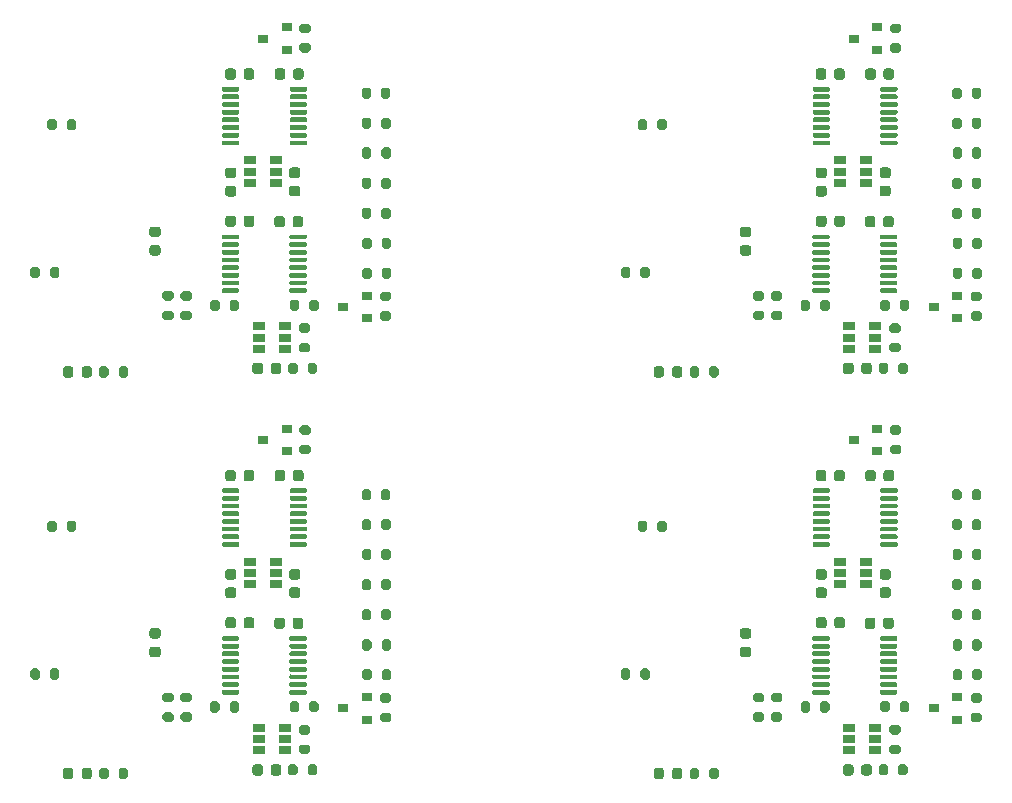
<source format=gtp>
G04 #@! TF.GenerationSoftware,KiCad,Pcbnew,(5.1.10-1-10_14)*
G04 #@! TF.CreationDate,2021-09-04T17:53:57+09:00*
G04 #@! TF.ProjectId,ft2232_jtag_tap,66743232-3332-45f6-9a74-61675f746170,rev?*
G04 #@! TF.SameCoordinates,Original*
G04 #@! TF.FileFunction,Paste,Top*
G04 #@! TF.FilePolarity,Positive*
%FSLAX46Y46*%
G04 Gerber Fmt 4.6, Leading zero omitted, Abs format (unit mm)*
G04 Created by KiCad (PCBNEW (5.1.10-1-10_14)) date 2021-09-04 17:53:57*
%MOMM*%
%LPD*%
G01*
G04 APERTURE LIST*
%ADD10R,1.060000X0.650000*%
%ADD11R,0.900000X0.800000*%
G04 APERTURE END LIST*
G36*
G01*
X109745000Y-165995000D02*
X109745000Y-165445000D01*
G75*
G02*
X109945000Y-165245000I200000J0D01*
G01*
X110345000Y-165245000D01*
G75*
G02*
X110545000Y-165445000I0J-200000D01*
G01*
X110545000Y-165995000D01*
G75*
G02*
X110345000Y-166195000I-200000J0D01*
G01*
X109945000Y-166195000D01*
G75*
G02*
X109745000Y-165995000I0J200000D01*
G01*
G37*
G36*
G01*
X111395000Y-165995000D02*
X111395000Y-165445000D01*
G75*
G02*
X111595000Y-165245000I200000J0D01*
G01*
X111995000Y-165245000D01*
G75*
G02*
X112195000Y-165445000I0J-200000D01*
G01*
X112195000Y-165995000D01*
G75*
G02*
X111995000Y-166195000I-200000J0D01*
G01*
X111595000Y-166195000D01*
G75*
G02*
X111395000Y-165995000I0J200000D01*
G01*
G37*
G36*
G01*
X59745000Y-165995000D02*
X59745000Y-165445000D01*
G75*
G02*
X59945000Y-165245000I200000J0D01*
G01*
X60345000Y-165245000D01*
G75*
G02*
X60545000Y-165445000I0J-200000D01*
G01*
X60545000Y-165995000D01*
G75*
G02*
X60345000Y-166195000I-200000J0D01*
G01*
X59945000Y-166195000D01*
G75*
G02*
X59745000Y-165995000I0J200000D01*
G01*
G37*
G36*
G01*
X61395000Y-165995000D02*
X61395000Y-165445000D01*
G75*
G02*
X61595000Y-165245000I200000J0D01*
G01*
X61995000Y-165245000D01*
G75*
G02*
X62195000Y-165445000I0J-200000D01*
G01*
X62195000Y-165995000D01*
G75*
G02*
X61995000Y-166195000I-200000J0D01*
G01*
X61595000Y-166195000D01*
G75*
G02*
X61395000Y-165995000I0J200000D01*
G01*
G37*
G36*
G01*
X109745000Y-131995000D02*
X109745000Y-131445000D01*
G75*
G02*
X109945000Y-131245000I200000J0D01*
G01*
X110345000Y-131245000D01*
G75*
G02*
X110545000Y-131445000I0J-200000D01*
G01*
X110545000Y-131995000D01*
G75*
G02*
X110345000Y-132195000I-200000J0D01*
G01*
X109945000Y-132195000D01*
G75*
G02*
X109745000Y-131995000I0J200000D01*
G01*
G37*
G36*
G01*
X111395000Y-131995000D02*
X111395000Y-131445000D01*
G75*
G02*
X111595000Y-131245000I200000J0D01*
G01*
X111995000Y-131245000D01*
G75*
G02*
X112195000Y-131445000I0J-200000D01*
G01*
X112195000Y-131995000D01*
G75*
G02*
X111995000Y-132195000I-200000J0D01*
G01*
X111595000Y-132195000D01*
G75*
G02*
X111395000Y-131995000I0J200000D01*
G01*
G37*
G36*
G01*
X105345000Y-145065000D02*
X105345000Y-144515000D01*
G75*
G02*
X105545000Y-144315000I200000J0D01*
G01*
X105945000Y-144315000D01*
G75*
G02*
X106145000Y-144515000I0J-200000D01*
G01*
X106145000Y-145065000D01*
G75*
G02*
X105945000Y-145265000I-200000J0D01*
G01*
X105545000Y-145265000D01*
G75*
G02*
X105345000Y-145065000I0J200000D01*
G01*
G37*
G36*
G01*
X106995000Y-145065000D02*
X106995000Y-144515000D01*
G75*
G02*
X107195000Y-144315000I200000J0D01*
G01*
X107595000Y-144315000D01*
G75*
G02*
X107795000Y-144515000I0J-200000D01*
G01*
X107795000Y-145065000D01*
G75*
G02*
X107595000Y-145265000I-200000J0D01*
G01*
X107195000Y-145265000D01*
G75*
G02*
X106995000Y-145065000I0J200000D01*
G01*
G37*
G36*
G01*
X55345000Y-145065000D02*
X55345000Y-144515000D01*
G75*
G02*
X55545000Y-144315000I200000J0D01*
G01*
X55945000Y-144315000D01*
G75*
G02*
X56145000Y-144515000I0J-200000D01*
G01*
X56145000Y-145065000D01*
G75*
G02*
X55945000Y-145265000I-200000J0D01*
G01*
X55545000Y-145265000D01*
G75*
G02*
X55345000Y-145065000I0J200000D01*
G01*
G37*
G36*
G01*
X56995000Y-145065000D02*
X56995000Y-144515000D01*
G75*
G02*
X57195000Y-144315000I200000J0D01*
G01*
X57595000Y-144315000D01*
G75*
G02*
X57795000Y-144515000I0J-200000D01*
G01*
X57795000Y-145065000D01*
G75*
G02*
X57595000Y-145265000I-200000J0D01*
G01*
X57195000Y-145265000D01*
G75*
G02*
X56995000Y-145065000I0J200000D01*
G01*
G37*
G36*
G01*
X105345000Y-111065000D02*
X105345000Y-110515000D01*
G75*
G02*
X105545000Y-110315000I200000J0D01*
G01*
X105945000Y-110315000D01*
G75*
G02*
X106145000Y-110515000I0J-200000D01*
G01*
X106145000Y-111065000D01*
G75*
G02*
X105945000Y-111265000I-200000J0D01*
G01*
X105545000Y-111265000D01*
G75*
G02*
X105345000Y-111065000I0J200000D01*
G01*
G37*
G36*
G01*
X106995000Y-111065000D02*
X106995000Y-110515000D01*
G75*
G02*
X107195000Y-110315000I200000J0D01*
G01*
X107595000Y-110315000D01*
G75*
G02*
X107795000Y-110515000I0J-200000D01*
G01*
X107795000Y-111065000D01*
G75*
G02*
X107595000Y-111265000I-200000J0D01*
G01*
X107195000Y-111265000D01*
G75*
G02*
X106995000Y-111065000I0J200000D01*
G01*
G37*
G36*
G01*
X106365000Y-157025000D02*
X106365000Y-157575000D01*
G75*
G02*
X106165000Y-157775000I-200000J0D01*
G01*
X105765000Y-157775000D01*
G75*
G02*
X105565000Y-157575000I0J200000D01*
G01*
X105565000Y-157025000D01*
G75*
G02*
X105765000Y-156825000I200000J0D01*
G01*
X106165000Y-156825000D01*
G75*
G02*
X106365000Y-157025000I0J-200000D01*
G01*
G37*
G36*
G01*
X104715000Y-157025000D02*
X104715000Y-157575000D01*
G75*
G02*
X104515000Y-157775000I-200000J0D01*
G01*
X104115000Y-157775000D01*
G75*
G02*
X103915000Y-157575000I0J200000D01*
G01*
X103915000Y-157025000D01*
G75*
G02*
X104115000Y-156825000I200000J0D01*
G01*
X104515000Y-156825000D01*
G75*
G02*
X104715000Y-157025000I0J-200000D01*
G01*
G37*
G36*
G01*
X56365000Y-157025000D02*
X56365000Y-157575000D01*
G75*
G02*
X56165000Y-157775000I-200000J0D01*
G01*
X55765000Y-157775000D01*
G75*
G02*
X55565000Y-157575000I0J200000D01*
G01*
X55565000Y-157025000D01*
G75*
G02*
X55765000Y-156825000I200000J0D01*
G01*
X56165000Y-156825000D01*
G75*
G02*
X56365000Y-157025000I0J-200000D01*
G01*
G37*
G36*
G01*
X54715000Y-157025000D02*
X54715000Y-157575000D01*
G75*
G02*
X54515000Y-157775000I-200000J0D01*
G01*
X54115000Y-157775000D01*
G75*
G02*
X53915000Y-157575000I0J200000D01*
G01*
X53915000Y-157025000D01*
G75*
G02*
X54115000Y-156825000I200000J0D01*
G01*
X54515000Y-156825000D01*
G75*
G02*
X54715000Y-157025000I0J-200000D01*
G01*
G37*
G36*
G01*
X106365000Y-123025000D02*
X106365000Y-123575000D01*
G75*
G02*
X106165000Y-123775000I-200000J0D01*
G01*
X105765000Y-123775000D01*
G75*
G02*
X105565000Y-123575000I0J200000D01*
G01*
X105565000Y-123025000D01*
G75*
G02*
X105765000Y-122825000I200000J0D01*
G01*
X106165000Y-122825000D01*
G75*
G02*
X106365000Y-123025000I0J-200000D01*
G01*
G37*
G36*
G01*
X104715000Y-123025000D02*
X104715000Y-123575000D01*
G75*
G02*
X104515000Y-123775000I-200000J0D01*
G01*
X104115000Y-123775000D01*
G75*
G02*
X103915000Y-123575000I0J200000D01*
G01*
X103915000Y-123025000D01*
G75*
G02*
X104115000Y-122825000I200000J0D01*
G01*
X104515000Y-122825000D01*
G75*
G02*
X104715000Y-123025000I0J-200000D01*
G01*
G37*
G36*
G01*
X116825000Y-158885000D02*
X117375000Y-158885000D01*
G75*
G02*
X117575000Y-159085000I0J-200000D01*
G01*
X117575000Y-159485000D01*
G75*
G02*
X117375000Y-159685000I-200000J0D01*
G01*
X116825000Y-159685000D01*
G75*
G02*
X116625000Y-159485000I0J200000D01*
G01*
X116625000Y-159085000D01*
G75*
G02*
X116825000Y-158885000I200000J0D01*
G01*
G37*
G36*
G01*
X116825000Y-160535000D02*
X117375000Y-160535000D01*
G75*
G02*
X117575000Y-160735000I0J-200000D01*
G01*
X117575000Y-161135000D01*
G75*
G02*
X117375000Y-161335000I-200000J0D01*
G01*
X116825000Y-161335000D01*
G75*
G02*
X116625000Y-161135000I0J200000D01*
G01*
X116625000Y-160735000D01*
G75*
G02*
X116825000Y-160535000I200000J0D01*
G01*
G37*
G36*
G01*
X66825000Y-158885000D02*
X67375000Y-158885000D01*
G75*
G02*
X67575000Y-159085000I0J-200000D01*
G01*
X67575000Y-159485000D01*
G75*
G02*
X67375000Y-159685000I-200000J0D01*
G01*
X66825000Y-159685000D01*
G75*
G02*
X66625000Y-159485000I0J200000D01*
G01*
X66625000Y-159085000D01*
G75*
G02*
X66825000Y-158885000I200000J0D01*
G01*
G37*
G36*
G01*
X66825000Y-160535000D02*
X67375000Y-160535000D01*
G75*
G02*
X67575000Y-160735000I0J-200000D01*
G01*
X67575000Y-161135000D01*
G75*
G02*
X67375000Y-161335000I-200000J0D01*
G01*
X66825000Y-161335000D01*
G75*
G02*
X66625000Y-161135000I0J200000D01*
G01*
X66625000Y-160735000D01*
G75*
G02*
X66825000Y-160535000I200000J0D01*
G01*
G37*
G36*
G01*
X116825000Y-124885000D02*
X117375000Y-124885000D01*
G75*
G02*
X117575000Y-125085000I0J-200000D01*
G01*
X117575000Y-125485000D01*
G75*
G02*
X117375000Y-125685000I-200000J0D01*
G01*
X116825000Y-125685000D01*
G75*
G02*
X116625000Y-125485000I0J200000D01*
G01*
X116625000Y-125085000D01*
G75*
G02*
X116825000Y-124885000I200000J0D01*
G01*
G37*
G36*
G01*
X116825000Y-126535000D02*
X117375000Y-126535000D01*
G75*
G02*
X117575000Y-126735000I0J-200000D01*
G01*
X117575000Y-127135000D01*
G75*
G02*
X117375000Y-127335000I-200000J0D01*
G01*
X116825000Y-127335000D01*
G75*
G02*
X116625000Y-127135000I0J200000D01*
G01*
X116625000Y-126735000D01*
G75*
G02*
X116825000Y-126535000I200000J0D01*
G01*
G37*
G36*
G01*
X128185000Y-165135000D02*
X128185000Y-165685000D01*
G75*
G02*
X127985000Y-165885000I-200000J0D01*
G01*
X127585000Y-165885000D01*
G75*
G02*
X127385000Y-165685000I0J200000D01*
G01*
X127385000Y-165135000D01*
G75*
G02*
X127585000Y-164935000I200000J0D01*
G01*
X127985000Y-164935000D01*
G75*
G02*
X128185000Y-165135000I0J-200000D01*
G01*
G37*
G36*
G01*
X126535000Y-165135000D02*
X126535000Y-165685000D01*
G75*
G02*
X126335000Y-165885000I-200000J0D01*
G01*
X125935000Y-165885000D01*
G75*
G02*
X125735000Y-165685000I0J200000D01*
G01*
X125735000Y-165135000D01*
G75*
G02*
X125935000Y-164935000I200000J0D01*
G01*
X126335000Y-164935000D01*
G75*
G02*
X126535000Y-165135000I0J-200000D01*
G01*
G37*
G36*
G01*
X78185000Y-165135000D02*
X78185000Y-165685000D01*
G75*
G02*
X77985000Y-165885000I-200000J0D01*
G01*
X77585000Y-165885000D01*
G75*
G02*
X77385000Y-165685000I0J200000D01*
G01*
X77385000Y-165135000D01*
G75*
G02*
X77585000Y-164935000I200000J0D01*
G01*
X77985000Y-164935000D01*
G75*
G02*
X78185000Y-165135000I0J-200000D01*
G01*
G37*
G36*
G01*
X76535000Y-165135000D02*
X76535000Y-165685000D01*
G75*
G02*
X76335000Y-165885000I-200000J0D01*
G01*
X75935000Y-165885000D01*
G75*
G02*
X75735000Y-165685000I0J200000D01*
G01*
X75735000Y-165135000D01*
G75*
G02*
X75935000Y-164935000I200000J0D01*
G01*
X76335000Y-164935000D01*
G75*
G02*
X76535000Y-165135000I0J-200000D01*
G01*
G37*
G36*
G01*
X128185000Y-131135000D02*
X128185000Y-131685000D01*
G75*
G02*
X127985000Y-131885000I-200000J0D01*
G01*
X127585000Y-131885000D01*
G75*
G02*
X127385000Y-131685000I0J200000D01*
G01*
X127385000Y-131135000D01*
G75*
G02*
X127585000Y-130935000I200000J0D01*
G01*
X127985000Y-130935000D01*
G75*
G02*
X128185000Y-131135000I0J-200000D01*
G01*
G37*
G36*
G01*
X126535000Y-131135000D02*
X126535000Y-131685000D01*
G75*
G02*
X126335000Y-131885000I-200000J0D01*
G01*
X125935000Y-131885000D01*
G75*
G02*
X125735000Y-131685000I0J200000D01*
G01*
X125735000Y-131135000D01*
G75*
G02*
X125935000Y-130935000I200000J0D01*
G01*
X126335000Y-130935000D01*
G75*
G02*
X126535000Y-131135000I0J-200000D01*
G01*
G37*
G36*
G01*
X126855000Y-161615000D02*
X127405000Y-161615000D01*
G75*
G02*
X127605000Y-161815000I0J-200000D01*
G01*
X127605000Y-162215000D01*
G75*
G02*
X127405000Y-162415000I-200000J0D01*
G01*
X126855000Y-162415000D01*
G75*
G02*
X126655000Y-162215000I0J200000D01*
G01*
X126655000Y-161815000D01*
G75*
G02*
X126855000Y-161615000I200000J0D01*
G01*
G37*
G36*
G01*
X126855000Y-163265000D02*
X127405000Y-163265000D01*
G75*
G02*
X127605000Y-163465000I0J-200000D01*
G01*
X127605000Y-163865000D01*
G75*
G02*
X127405000Y-164065000I-200000J0D01*
G01*
X126855000Y-164065000D01*
G75*
G02*
X126655000Y-163865000I0J200000D01*
G01*
X126655000Y-163465000D01*
G75*
G02*
X126855000Y-163265000I200000J0D01*
G01*
G37*
G36*
G01*
X76855000Y-161615000D02*
X77405000Y-161615000D01*
G75*
G02*
X77605000Y-161815000I0J-200000D01*
G01*
X77605000Y-162215000D01*
G75*
G02*
X77405000Y-162415000I-200000J0D01*
G01*
X76855000Y-162415000D01*
G75*
G02*
X76655000Y-162215000I0J200000D01*
G01*
X76655000Y-161815000D01*
G75*
G02*
X76855000Y-161615000I200000J0D01*
G01*
G37*
G36*
G01*
X76855000Y-163265000D02*
X77405000Y-163265000D01*
G75*
G02*
X77605000Y-163465000I0J-200000D01*
G01*
X77605000Y-163865000D01*
G75*
G02*
X77405000Y-164065000I-200000J0D01*
G01*
X76855000Y-164065000D01*
G75*
G02*
X76655000Y-163865000I0J200000D01*
G01*
X76655000Y-163465000D01*
G75*
G02*
X76855000Y-163265000I200000J0D01*
G01*
G37*
G36*
G01*
X126855000Y-127615000D02*
X127405000Y-127615000D01*
G75*
G02*
X127605000Y-127815000I0J-200000D01*
G01*
X127605000Y-128215000D01*
G75*
G02*
X127405000Y-128415000I-200000J0D01*
G01*
X126855000Y-128415000D01*
G75*
G02*
X126655000Y-128215000I0J200000D01*
G01*
X126655000Y-127815000D01*
G75*
G02*
X126855000Y-127615000I200000J0D01*
G01*
G37*
G36*
G01*
X126855000Y-129265000D02*
X127405000Y-129265000D01*
G75*
G02*
X127605000Y-129465000I0J-200000D01*
G01*
X127605000Y-129865000D01*
G75*
G02*
X127405000Y-130065000I-200000J0D01*
G01*
X126855000Y-130065000D01*
G75*
G02*
X126655000Y-129865000I0J200000D01*
G01*
X126655000Y-129465000D01*
G75*
G02*
X126855000Y-129265000I200000J0D01*
G01*
G37*
G36*
G01*
X115295000Y-158885000D02*
X115845000Y-158885000D01*
G75*
G02*
X116045000Y-159085000I0J-200000D01*
G01*
X116045000Y-159485000D01*
G75*
G02*
X115845000Y-159685000I-200000J0D01*
G01*
X115295000Y-159685000D01*
G75*
G02*
X115095000Y-159485000I0J200000D01*
G01*
X115095000Y-159085000D01*
G75*
G02*
X115295000Y-158885000I200000J0D01*
G01*
G37*
G36*
G01*
X115295000Y-160535000D02*
X115845000Y-160535000D01*
G75*
G02*
X116045000Y-160735000I0J-200000D01*
G01*
X116045000Y-161135000D01*
G75*
G02*
X115845000Y-161335000I-200000J0D01*
G01*
X115295000Y-161335000D01*
G75*
G02*
X115095000Y-161135000I0J200000D01*
G01*
X115095000Y-160735000D01*
G75*
G02*
X115295000Y-160535000I200000J0D01*
G01*
G37*
G36*
G01*
X65295000Y-158885000D02*
X65845000Y-158885000D01*
G75*
G02*
X66045000Y-159085000I0J-200000D01*
G01*
X66045000Y-159485000D01*
G75*
G02*
X65845000Y-159685000I-200000J0D01*
G01*
X65295000Y-159685000D01*
G75*
G02*
X65095000Y-159485000I0J200000D01*
G01*
X65095000Y-159085000D01*
G75*
G02*
X65295000Y-158885000I200000J0D01*
G01*
G37*
G36*
G01*
X65295000Y-160535000D02*
X65845000Y-160535000D01*
G75*
G02*
X66045000Y-160735000I0J-200000D01*
G01*
X66045000Y-161135000D01*
G75*
G02*
X65845000Y-161335000I-200000J0D01*
G01*
X65295000Y-161335000D01*
G75*
G02*
X65095000Y-161135000I0J200000D01*
G01*
X65095000Y-160735000D01*
G75*
G02*
X65295000Y-160535000I200000J0D01*
G01*
G37*
G36*
G01*
X115295000Y-124885000D02*
X115845000Y-124885000D01*
G75*
G02*
X116045000Y-125085000I0J-200000D01*
G01*
X116045000Y-125485000D01*
G75*
G02*
X115845000Y-125685000I-200000J0D01*
G01*
X115295000Y-125685000D01*
G75*
G02*
X115095000Y-125485000I0J200000D01*
G01*
X115095000Y-125085000D01*
G75*
G02*
X115295000Y-124885000I200000J0D01*
G01*
G37*
G36*
G01*
X115295000Y-126535000D02*
X115845000Y-126535000D01*
G75*
G02*
X116045000Y-126735000I0J-200000D01*
G01*
X116045000Y-127135000D01*
G75*
G02*
X115845000Y-127335000I-200000J0D01*
G01*
X115295000Y-127335000D01*
G75*
G02*
X115095000Y-127135000I0J200000D01*
G01*
X115095000Y-126735000D01*
G75*
G02*
X115295000Y-126535000I200000J0D01*
G01*
G37*
D10*
X125450000Y-163760000D03*
X125450000Y-162810000D03*
X125450000Y-161860000D03*
X123250000Y-161860000D03*
X123250000Y-163760000D03*
X123250000Y-162810000D03*
X75450000Y-163760000D03*
X75450000Y-162810000D03*
X75450000Y-161860000D03*
X73250000Y-161860000D03*
X73250000Y-163760000D03*
X73250000Y-162810000D03*
X125450000Y-129760000D03*
X125450000Y-128810000D03*
X125450000Y-127860000D03*
X123250000Y-127860000D03*
X123250000Y-129760000D03*
X123250000Y-128810000D03*
D11*
X125610000Y-138450000D03*
X125610000Y-136550000D03*
X123610000Y-137500000D03*
X75610000Y-138450000D03*
X75610000Y-136550000D03*
X73610000Y-137500000D03*
X125610000Y-104450000D03*
X125610000Y-102550000D03*
X123610000Y-103500000D03*
X132410000Y-161160000D03*
X132410000Y-159260000D03*
X130410000Y-160210000D03*
X82410000Y-161160000D03*
X82410000Y-159260000D03*
X80410000Y-160210000D03*
X132410000Y-127160000D03*
X132410000Y-125260000D03*
X130410000Y-126210000D03*
G36*
G01*
X121585000Y-159815000D02*
X121585000Y-160365000D01*
G75*
G02*
X121385000Y-160565000I-200000J0D01*
G01*
X120985000Y-160565000D01*
G75*
G02*
X120785000Y-160365000I0J200000D01*
G01*
X120785000Y-159815000D01*
G75*
G02*
X120985000Y-159615000I200000J0D01*
G01*
X121385000Y-159615000D01*
G75*
G02*
X121585000Y-159815000I0J-200000D01*
G01*
G37*
G36*
G01*
X119935000Y-159815000D02*
X119935000Y-160365000D01*
G75*
G02*
X119735000Y-160565000I-200000J0D01*
G01*
X119335000Y-160565000D01*
G75*
G02*
X119135000Y-160365000I0J200000D01*
G01*
X119135000Y-159815000D01*
G75*
G02*
X119335000Y-159615000I200000J0D01*
G01*
X119735000Y-159615000D01*
G75*
G02*
X119935000Y-159815000I0J-200000D01*
G01*
G37*
G36*
G01*
X71585000Y-159815000D02*
X71585000Y-160365000D01*
G75*
G02*
X71385000Y-160565000I-200000J0D01*
G01*
X70985000Y-160565000D01*
G75*
G02*
X70785000Y-160365000I0J200000D01*
G01*
X70785000Y-159815000D01*
G75*
G02*
X70985000Y-159615000I200000J0D01*
G01*
X71385000Y-159615000D01*
G75*
G02*
X71585000Y-159815000I0J-200000D01*
G01*
G37*
G36*
G01*
X69935000Y-159815000D02*
X69935000Y-160365000D01*
G75*
G02*
X69735000Y-160565000I-200000J0D01*
G01*
X69335000Y-160565000D01*
G75*
G02*
X69135000Y-160365000I0J200000D01*
G01*
X69135000Y-159815000D01*
G75*
G02*
X69335000Y-159615000I200000J0D01*
G01*
X69735000Y-159615000D01*
G75*
G02*
X69935000Y-159815000I0J-200000D01*
G01*
G37*
G36*
G01*
X121585000Y-125815000D02*
X121585000Y-126365000D01*
G75*
G02*
X121385000Y-126565000I-200000J0D01*
G01*
X120985000Y-126565000D01*
G75*
G02*
X120785000Y-126365000I0J200000D01*
G01*
X120785000Y-125815000D01*
G75*
G02*
X120985000Y-125615000I200000J0D01*
G01*
X121385000Y-125615000D01*
G75*
G02*
X121585000Y-125815000I0J-200000D01*
G01*
G37*
G36*
G01*
X119935000Y-125815000D02*
X119935000Y-126365000D01*
G75*
G02*
X119735000Y-126565000I-200000J0D01*
G01*
X119335000Y-126565000D01*
G75*
G02*
X119135000Y-126365000I0J200000D01*
G01*
X119135000Y-125815000D01*
G75*
G02*
X119335000Y-125615000I200000J0D01*
G01*
X119735000Y-125615000D01*
G75*
G02*
X119935000Y-125815000I0J-200000D01*
G01*
G37*
G36*
G01*
X128315000Y-159795000D02*
X128315000Y-160345000D01*
G75*
G02*
X128115000Y-160545000I-200000J0D01*
G01*
X127715000Y-160545000D01*
G75*
G02*
X127515000Y-160345000I0J200000D01*
G01*
X127515000Y-159795000D01*
G75*
G02*
X127715000Y-159595000I200000J0D01*
G01*
X128115000Y-159595000D01*
G75*
G02*
X128315000Y-159795000I0J-200000D01*
G01*
G37*
G36*
G01*
X126665000Y-159795000D02*
X126665000Y-160345000D01*
G75*
G02*
X126465000Y-160545000I-200000J0D01*
G01*
X126065000Y-160545000D01*
G75*
G02*
X125865000Y-160345000I0J200000D01*
G01*
X125865000Y-159795000D01*
G75*
G02*
X126065000Y-159595000I200000J0D01*
G01*
X126465000Y-159595000D01*
G75*
G02*
X126665000Y-159795000I0J-200000D01*
G01*
G37*
G36*
G01*
X78315000Y-159795000D02*
X78315000Y-160345000D01*
G75*
G02*
X78115000Y-160545000I-200000J0D01*
G01*
X77715000Y-160545000D01*
G75*
G02*
X77515000Y-160345000I0J200000D01*
G01*
X77515000Y-159795000D01*
G75*
G02*
X77715000Y-159595000I200000J0D01*
G01*
X78115000Y-159595000D01*
G75*
G02*
X78315000Y-159795000I0J-200000D01*
G01*
G37*
G36*
G01*
X76665000Y-159795000D02*
X76665000Y-160345000D01*
G75*
G02*
X76465000Y-160545000I-200000J0D01*
G01*
X76065000Y-160545000D01*
G75*
G02*
X75865000Y-160345000I0J200000D01*
G01*
X75865000Y-159795000D01*
G75*
G02*
X76065000Y-159595000I200000J0D01*
G01*
X76465000Y-159595000D01*
G75*
G02*
X76665000Y-159795000I0J-200000D01*
G01*
G37*
G36*
G01*
X128315000Y-125795000D02*
X128315000Y-126345000D01*
G75*
G02*
X128115000Y-126545000I-200000J0D01*
G01*
X127715000Y-126545000D01*
G75*
G02*
X127515000Y-126345000I0J200000D01*
G01*
X127515000Y-125795000D01*
G75*
G02*
X127715000Y-125595000I200000J0D01*
G01*
X128115000Y-125595000D01*
G75*
G02*
X128315000Y-125795000I0J-200000D01*
G01*
G37*
G36*
G01*
X126665000Y-125795000D02*
X126665000Y-126345000D01*
G75*
G02*
X126465000Y-126545000I-200000J0D01*
G01*
X126065000Y-126545000D01*
G75*
G02*
X125865000Y-126345000I0J200000D01*
G01*
X125865000Y-125795000D01*
G75*
G02*
X126065000Y-125595000I200000J0D01*
G01*
X126465000Y-125595000D01*
G75*
G02*
X126665000Y-125795000I0J-200000D01*
G01*
G37*
G36*
G01*
X126895000Y-136235000D02*
X127445000Y-136235000D01*
G75*
G02*
X127645000Y-136435000I0J-200000D01*
G01*
X127645000Y-136835000D01*
G75*
G02*
X127445000Y-137035000I-200000J0D01*
G01*
X126895000Y-137035000D01*
G75*
G02*
X126695000Y-136835000I0J200000D01*
G01*
X126695000Y-136435000D01*
G75*
G02*
X126895000Y-136235000I200000J0D01*
G01*
G37*
G36*
G01*
X126895000Y-137885000D02*
X127445000Y-137885000D01*
G75*
G02*
X127645000Y-138085000I0J-200000D01*
G01*
X127645000Y-138485000D01*
G75*
G02*
X127445000Y-138685000I-200000J0D01*
G01*
X126895000Y-138685000D01*
G75*
G02*
X126695000Y-138485000I0J200000D01*
G01*
X126695000Y-138085000D01*
G75*
G02*
X126895000Y-137885000I200000J0D01*
G01*
G37*
G36*
G01*
X76895000Y-136235000D02*
X77445000Y-136235000D01*
G75*
G02*
X77645000Y-136435000I0J-200000D01*
G01*
X77645000Y-136835000D01*
G75*
G02*
X77445000Y-137035000I-200000J0D01*
G01*
X76895000Y-137035000D01*
G75*
G02*
X76695000Y-136835000I0J200000D01*
G01*
X76695000Y-136435000D01*
G75*
G02*
X76895000Y-136235000I200000J0D01*
G01*
G37*
G36*
G01*
X76895000Y-137885000D02*
X77445000Y-137885000D01*
G75*
G02*
X77645000Y-138085000I0J-200000D01*
G01*
X77645000Y-138485000D01*
G75*
G02*
X77445000Y-138685000I-200000J0D01*
G01*
X76895000Y-138685000D01*
G75*
G02*
X76695000Y-138485000I0J200000D01*
G01*
X76695000Y-138085000D01*
G75*
G02*
X76895000Y-137885000I200000J0D01*
G01*
G37*
G36*
G01*
X126895000Y-102235000D02*
X127445000Y-102235000D01*
G75*
G02*
X127645000Y-102435000I0J-200000D01*
G01*
X127645000Y-102835000D01*
G75*
G02*
X127445000Y-103035000I-200000J0D01*
G01*
X126895000Y-103035000D01*
G75*
G02*
X126695000Y-102835000I0J200000D01*
G01*
X126695000Y-102435000D01*
G75*
G02*
X126895000Y-102235000I200000J0D01*
G01*
G37*
G36*
G01*
X126895000Y-103885000D02*
X127445000Y-103885000D01*
G75*
G02*
X127645000Y-104085000I0J-200000D01*
G01*
X127645000Y-104485000D01*
G75*
G02*
X127445000Y-104685000I-200000J0D01*
G01*
X126895000Y-104685000D01*
G75*
G02*
X126695000Y-104485000I0J200000D01*
G01*
X126695000Y-104085000D01*
G75*
G02*
X126895000Y-103885000I200000J0D01*
G01*
G37*
G36*
G01*
X133725000Y-158915000D02*
X134275000Y-158915000D01*
G75*
G02*
X134475000Y-159115000I0J-200000D01*
G01*
X134475000Y-159515000D01*
G75*
G02*
X134275000Y-159715000I-200000J0D01*
G01*
X133725000Y-159715000D01*
G75*
G02*
X133525000Y-159515000I0J200000D01*
G01*
X133525000Y-159115000D01*
G75*
G02*
X133725000Y-158915000I200000J0D01*
G01*
G37*
G36*
G01*
X133725000Y-160565000D02*
X134275000Y-160565000D01*
G75*
G02*
X134475000Y-160765000I0J-200000D01*
G01*
X134475000Y-161165000D01*
G75*
G02*
X134275000Y-161365000I-200000J0D01*
G01*
X133725000Y-161365000D01*
G75*
G02*
X133525000Y-161165000I0J200000D01*
G01*
X133525000Y-160765000D01*
G75*
G02*
X133725000Y-160565000I200000J0D01*
G01*
G37*
G36*
G01*
X83725000Y-158915000D02*
X84275000Y-158915000D01*
G75*
G02*
X84475000Y-159115000I0J-200000D01*
G01*
X84475000Y-159515000D01*
G75*
G02*
X84275000Y-159715000I-200000J0D01*
G01*
X83725000Y-159715000D01*
G75*
G02*
X83525000Y-159515000I0J200000D01*
G01*
X83525000Y-159115000D01*
G75*
G02*
X83725000Y-158915000I200000J0D01*
G01*
G37*
G36*
G01*
X83725000Y-160565000D02*
X84275000Y-160565000D01*
G75*
G02*
X84475000Y-160765000I0J-200000D01*
G01*
X84475000Y-161165000D01*
G75*
G02*
X84275000Y-161365000I-200000J0D01*
G01*
X83725000Y-161365000D01*
G75*
G02*
X83525000Y-161165000I0J200000D01*
G01*
X83525000Y-160765000D01*
G75*
G02*
X83725000Y-160565000I200000J0D01*
G01*
G37*
G36*
G01*
X133725000Y-124915000D02*
X134275000Y-124915000D01*
G75*
G02*
X134475000Y-125115000I0J-200000D01*
G01*
X134475000Y-125515000D01*
G75*
G02*
X134275000Y-125715000I-200000J0D01*
G01*
X133725000Y-125715000D01*
G75*
G02*
X133525000Y-125515000I0J200000D01*
G01*
X133525000Y-125115000D01*
G75*
G02*
X133725000Y-124915000I200000J0D01*
G01*
G37*
G36*
G01*
X133725000Y-126565000D02*
X134275000Y-126565000D01*
G75*
G02*
X134475000Y-126765000I0J-200000D01*
G01*
X134475000Y-127165000D01*
G75*
G02*
X134275000Y-127365000I-200000J0D01*
G01*
X133725000Y-127365000D01*
G75*
G02*
X133525000Y-127165000I0J200000D01*
G01*
X133525000Y-126765000D01*
G75*
G02*
X133725000Y-126565000I200000J0D01*
G01*
G37*
G36*
G01*
X131955000Y-142395000D02*
X131955000Y-141845000D01*
G75*
G02*
X132155000Y-141645000I200000J0D01*
G01*
X132555000Y-141645000D01*
G75*
G02*
X132755000Y-141845000I0J-200000D01*
G01*
X132755000Y-142395000D01*
G75*
G02*
X132555000Y-142595000I-200000J0D01*
G01*
X132155000Y-142595000D01*
G75*
G02*
X131955000Y-142395000I0J200000D01*
G01*
G37*
G36*
G01*
X133605000Y-142395000D02*
X133605000Y-141845000D01*
G75*
G02*
X133805000Y-141645000I200000J0D01*
G01*
X134205000Y-141645000D01*
G75*
G02*
X134405000Y-141845000I0J-200000D01*
G01*
X134405000Y-142395000D01*
G75*
G02*
X134205000Y-142595000I-200000J0D01*
G01*
X133805000Y-142595000D01*
G75*
G02*
X133605000Y-142395000I0J200000D01*
G01*
G37*
G36*
G01*
X81955000Y-142395000D02*
X81955000Y-141845000D01*
G75*
G02*
X82155000Y-141645000I200000J0D01*
G01*
X82555000Y-141645000D01*
G75*
G02*
X82755000Y-141845000I0J-200000D01*
G01*
X82755000Y-142395000D01*
G75*
G02*
X82555000Y-142595000I-200000J0D01*
G01*
X82155000Y-142595000D01*
G75*
G02*
X81955000Y-142395000I0J200000D01*
G01*
G37*
G36*
G01*
X83605000Y-142395000D02*
X83605000Y-141845000D01*
G75*
G02*
X83805000Y-141645000I200000J0D01*
G01*
X84205000Y-141645000D01*
G75*
G02*
X84405000Y-141845000I0J-200000D01*
G01*
X84405000Y-142395000D01*
G75*
G02*
X84205000Y-142595000I-200000J0D01*
G01*
X83805000Y-142595000D01*
G75*
G02*
X83605000Y-142395000I0J200000D01*
G01*
G37*
G36*
G01*
X131955000Y-108395000D02*
X131955000Y-107845000D01*
G75*
G02*
X132155000Y-107645000I200000J0D01*
G01*
X132555000Y-107645000D01*
G75*
G02*
X132755000Y-107845000I0J-200000D01*
G01*
X132755000Y-108395000D01*
G75*
G02*
X132555000Y-108595000I-200000J0D01*
G01*
X132155000Y-108595000D01*
G75*
G02*
X131955000Y-108395000I0J200000D01*
G01*
G37*
G36*
G01*
X133605000Y-108395000D02*
X133605000Y-107845000D01*
G75*
G02*
X133805000Y-107645000I200000J0D01*
G01*
X134205000Y-107645000D01*
G75*
G02*
X134405000Y-107845000I0J-200000D01*
G01*
X134405000Y-108395000D01*
G75*
G02*
X134205000Y-108595000I-200000J0D01*
G01*
X133805000Y-108595000D01*
G75*
G02*
X133605000Y-108395000I0J200000D01*
G01*
G37*
G36*
G01*
X132005000Y-157635000D02*
X132005000Y-157085000D01*
G75*
G02*
X132205000Y-156885000I200000J0D01*
G01*
X132605000Y-156885000D01*
G75*
G02*
X132805000Y-157085000I0J-200000D01*
G01*
X132805000Y-157635000D01*
G75*
G02*
X132605000Y-157835000I-200000J0D01*
G01*
X132205000Y-157835000D01*
G75*
G02*
X132005000Y-157635000I0J200000D01*
G01*
G37*
G36*
G01*
X133655000Y-157635000D02*
X133655000Y-157085000D01*
G75*
G02*
X133855000Y-156885000I200000J0D01*
G01*
X134255000Y-156885000D01*
G75*
G02*
X134455000Y-157085000I0J-200000D01*
G01*
X134455000Y-157635000D01*
G75*
G02*
X134255000Y-157835000I-200000J0D01*
G01*
X133855000Y-157835000D01*
G75*
G02*
X133655000Y-157635000I0J200000D01*
G01*
G37*
G36*
G01*
X82005000Y-157635000D02*
X82005000Y-157085000D01*
G75*
G02*
X82205000Y-156885000I200000J0D01*
G01*
X82605000Y-156885000D01*
G75*
G02*
X82805000Y-157085000I0J-200000D01*
G01*
X82805000Y-157635000D01*
G75*
G02*
X82605000Y-157835000I-200000J0D01*
G01*
X82205000Y-157835000D01*
G75*
G02*
X82005000Y-157635000I0J200000D01*
G01*
G37*
G36*
G01*
X83655000Y-157635000D02*
X83655000Y-157085000D01*
G75*
G02*
X83855000Y-156885000I200000J0D01*
G01*
X84255000Y-156885000D01*
G75*
G02*
X84455000Y-157085000I0J-200000D01*
G01*
X84455000Y-157635000D01*
G75*
G02*
X84255000Y-157835000I-200000J0D01*
G01*
X83855000Y-157835000D01*
G75*
G02*
X83655000Y-157635000I0J200000D01*
G01*
G37*
G36*
G01*
X132005000Y-123635000D02*
X132005000Y-123085000D01*
G75*
G02*
X132205000Y-122885000I200000J0D01*
G01*
X132605000Y-122885000D01*
G75*
G02*
X132805000Y-123085000I0J-200000D01*
G01*
X132805000Y-123635000D01*
G75*
G02*
X132605000Y-123835000I-200000J0D01*
G01*
X132205000Y-123835000D01*
G75*
G02*
X132005000Y-123635000I0J200000D01*
G01*
G37*
G36*
G01*
X133655000Y-123635000D02*
X133655000Y-123085000D01*
G75*
G02*
X133855000Y-122885000I200000J0D01*
G01*
X134255000Y-122885000D01*
G75*
G02*
X134455000Y-123085000I0J-200000D01*
G01*
X134455000Y-123635000D01*
G75*
G02*
X134255000Y-123835000I-200000J0D01*
G01*
X133855000Y-123835000D01*
G75*
G02*
X133655000Y-123635000I0J200000D01*
G01*
G37*
G36*
G01*
X131975000Y-152555000D02*
X131975000Y-152005000D01*
G75*
G02*
X132175000Y-151805000I200000J0D01*
G01*
X132575000Y-151805000D01*
G75*
G02*
X132775000Y-152005000I0J-200000D01*
G01*
X132775000Y-152555000D01*
G75*
G02*
X132575000Y-152755000I-200000J0D01*
G01*
X132175000Y-152755000D01*
G75*
G02*
X131975000Y-152555000I0J200000D01*
G01*
G37*
G36*
G01*
X133625000Y-152555000D02*
X133625000Y-152005000D01*
G75*
G02*
X133825000Y-151805000I200000J0D01*
G01*
X134225000Y-151805000D01*
G75*
G02*
X134425000Y-152005000I0J-200000D01*
G01*
X134425000Y-152555000D01*
G75*
G02*
X134225000Y-152755000I-200000J0D01*
G01*
X133825000Y-152755000D01*
G75*
G02*
X133625000Y-152555000I0J200000D01*
G01*
G37*
G36*
G01*
X81975000Y-152555000D02*
X81975000Y-152005000D01*
G75*
G02*
X82175000Y-151805000I200000J0D01*
G01*
X82575000Y-151805000D01*
G75*
G02*
X82775000Y-152005000I0J-200000D01*
G01*
X82775000Y-152555000D01*
G75*
G02*
X82575000Y-152755000I-200000J0D01*
G01*
X82175000Y-152755000D01*
G75*
G02*
X81975000Y-152555000I0J200000D01*
G01*
G37*
G36*
G01*
X83625000Y-152555000D02*
X83625000Y-152005000D01*
G75*
G02*
X83825000Y-151805000I200000J0D01*
G01*
X84225000Y-151805000D01*
G75*
G02*
X84425000Y-152005000I0J-200000D01*
G01*
X84425000Y-152555000D01*
G75*
G02*
X84225000Y-152755000I-200000J0D01*
G01*
X83825000Y-152755000D01*
G75*
G02*
X83625000Y-152555000I0J200000D01*
G01*
G37*
G36*
G01*
X131975000Y-118555000D02*
X131975000Y-118005000D01*
G75*
G02*
X132175000Y-117805000I200000J0D01*
G01*
X132575000Y-117805000D01*
G75*
G02*
X132775000Y-118005000I0J-200000D01*
G01*
X132775000Y-118555000D01*
G75*
G02*
X132575000Y-118755000I-200000J0D01*
G01*
X132175000Y-118755000D01*
G75*
G02*
X131975000Y-118555000I0J200000D01*
G01*
G37*
G36*
G01*
X133625000Y-118555000D02*
X133625000Y-118005000D01*
G75*
G02*
X133825000Y-117805000I200000J0D01*
G01*
X134225000Y-117805000D01*
G75*
G02*
X134425000Y-118005000I0J-200000D01*
G01*
X134425000Y-118555000D01*
G75*
G02*
X134225000Y-118755000I-200000J0D01*
G01*
X133825000Y-118755000D01*
G75*
G02*
X133625000Y-118555000I0J200000D01*
G01*
G37*
G36*
G01*
X131975000Y-150015000D02*
X131975000Y-149465000D01*
G75*
G02*
X132175000Y-149265000I200000J0D01*
G01*
X132575000Y-149265000D01*
G75*
G02*
X132775000Y-149465000I0J-200000D01*
G01*
X132775000Y-150015000D01*
G75*
G02*
X132575000Y-150215000I-200000J0D01*
G01*
X132175000Y-150215000D01*
G75*
G02*
X131975000Y-150015000I0J200000D01*
G01*
G37*
G36*
G01*
X133625000Y-150015000D02*
X133625000Y-149465000D01*
G75*
G02*
X133825000Y-149265000I200000J0D01*
G01*
X134225000Y-149265000D01*
G75*
G02*
X134425000Y-149465000I0J-200000D01*
G01*
X134425000Y-150015000D01*
G75*
G02*
X134225000Y-150215000I-200000J0D01*
G01*
X133825000Y-150215000D01*
G75*
G02*
X133625000Y-150015000I0J200000D01*
G01*
G37*
G36*
G01*
X81975000Y-150015000D02*
X81975000Y-149465000D01*
G75*
G02*
X82175000Y-149265000I200000J0D01*
G01*
X82575000Y-149265000D01*
G75*
G02*
X82775000Y-149465000I0J-200000D01*
G01*
X82775000Y-150015000D01*
G75*
G02*
X82575000Y-150215000I-200000J0D01*
G01*
X82175000Y-150215000D01*
G75*
G02*
X81975000Y-150015000I0J200000D01*
G01*
G37*
G36*
G01*
X83625000Y-150015000D02*
X83625000Y-149465000D01*
G75*
G02*
X83825000Y-149265000I200000J0D01*
G01*
X84225000Y-149265000D01*
G75*
G02*
X84425000Y-149465000I0J-200000D01*
G01*
X84425000Y-150015000D01*
G75*
G02*
X84225000Y-150215000I-200000J0D01*
G01*
X83825000Y-150215000D01*
G75*
G02*
X83625000Y-150015000I0J200000D01*
G01*
G37*
G36*
G01*
X131975000Y-116015000D02*
X131975000Y-115465000D01*
G75*
G02*
X132175000Y-115265000I200000J0D01*
G01*
X132575000Y-115265000D01*
G75*
G02*
X132775000Y-115465000I0J-200000D01*
G01*
X132775000Y-116015000D01*
G75*
G02*
X132575000Y-116215000I-200000J0D01*
G01*
X132175000Y-116215000D01*
G75*
G02*
X131975000Y-116015000I0J200000D01*
G01*
G37*
G36*
G01*
X133625000Y-116015000D02*
X133625000Y-115465000D01*
G75*
G02*
X133825000Y-115265000I200000J0D01*
G01*
X134225000Y-115265000D01*
G75*
G02*
X134425000Y-115465000I0J-200000D01*
G01*
X134425000Y-116015000D01*
G75*
G02*
X134225000Y-116215000I-200000J0D01*
G01*
X133825000Y-116215000D01*
G75*
G02*
X133625000Y-116015000I0J200000D01*
G01*
G37*
G36*
G01*
X131995000Y-147465000D02*
X131995000Y-146915000D01*
G75*
G02*
X132195000Y-146715000I200000J0D01*
G01*
X132595000Y-146715000D01*
G75*
G02*
X132795000Y-146915000I0J-200000D01*
G01*
X132795000Y-147465000D01*
G75*
G02*
X132595000Y-147665000I-200000J0D01*
G01*
X132195000Y-147665000D01*
G75*
G02*
X131995000Y-147465000I0J200000D01*
G01*
G37*
G36*
G01*
X133645000Y-147465000D02*
X133645000Y-146915000D01*
G75*
G02*
X133845000Y-146715000I200000J0D01*
G01*
X134245000Y-146715000D01*
G75*
G02*
X134445000Y-146915000I0J-200000D01*
G01*
X134445000Y-147465000D01*
G75*
G02*
X134245000Y-147665000I-200000J0D01*
G01*
X133845000Y-147665000D01*
G75*
G02*
X133645000Y-147465000I0J200000D01*
G01*
G37*
G36*
G01*
X81995000Y-147465000D02*
X81995000Y-146915000D01*
G75*
G02*
X82195000Y-146715000I200000J0D01*
G01*
X82595000Y-146715000D01*
G75*
G02*
X82795000Y-146915000I0J-200000D01*
G01*
X82795000Y-147465000D01*
G75*
G02*
X82595000Y-147665000I-200000J0D01*
G01*
X82195000Y-147665000D01*
G75*
G02*
X81995000Y-147465000I0J200000D01*
G01*
G37*
G36*
G01*
X83645000Y-147465000D02*
X83645000Y-146915000D01*
G75*
G02*
X83845000Y-146715000I200000J0D01*
G01*
X84245000Y-146715000D01*
G75*
G02*
X84445000Y-146915000I0J-200000D01*
G01*
X84445000Y-147465000D01*
G75*
G02*
X84245000Y-147665000I-200000J0D01*
G01*
X83845000Y-147665000D01*
G75*
G02*
X83645000Y-147465000I0J200000D01*
G01*
G37*
G36*
G01*
X131995000Y-113465000D02*
X131995000Y-112915000D01*
G75*
G02*
X132195000Y-112715000I200000J0D01*
G01*
X132595000Y-112715000D01*
G75*
G02*
X132795000Y-112915000I0J-200000D01*
G01*
X132795000Y-113465000D01*
G75*
G02*
X132595000Y-113665000I-200000J0D01*
G01*
X132195000Y-113665000D01*
G75*
G02*
X131995000Y-113465000I0J200000D01*
G01*
G37*
G36*
G01*
X133645000Y-113465000D02*
X133645000Y-112915000D01*
G75*
G02*
X133845000Y-112715000I200000J0D01*
G01*
X134245000Y-112715000D01*
G75*
G02*
X134445000Y-112915000I0J-200000D01*
G01*
X134445000Y-113465000D01*
G75*
G02*
X134245000Y-113665000I-200000J0D01*
G01*
X133845000Y-113665000D01*
G75*
G02*
X133645000Y-113465000I0J200000D01*
G01*
G37*
G36*
G01*
X132005000Y-155105000D02*
X132005000Y-154555000D01*
G75*
G02*
X132205000Y-154355000I200000J0D01*
G01*
X132605000Y-154355000D01*
G75*
G02*
X132805000Y-154555000I0J-200000D01*
G01*
X132805000Y-155105000D01*
G75*
G02*
X132605000Y-155305000I-200000J0D01*
G01*
X132205000Y-155305000D01*
G75*
G02*
X132005000Y-155105000I0J200000D01*
G01*
G37*
G36*
G01*
X133655000Y-155105000D02*
X133655000Y-154555000D01*
G75*
G02*
X133855000Y-154355000I200000J0D01*
G01*
X134255000Y-154355000D01*
G75*
G02*
X134455000Y-154555000I0J-200000D01*
G01*
X134455000Y-155105000D01*
G75*
G02*
X134255000Y-155305000I-200000J0D01*
G01*
X133855000Y-155305000D01*
G75*
G02*
X133655000Y-155105000I0J200000D01*
G01*
G37*
G36*
G01*
X82005000Y-155105000D02*
X82005000Y-154555000D01*
G75*
G02*
X82205000Y-154355000I200000J0D01*
G01*
X82605000Y-154355000D01*
G75*
G02*
X82805000Y-154555000I0J-200000D01*
G01*
X82805000Y-155105000D01*
G75*
G02*
X82605000Y-155305000I-200000J0D01*
G01*
X82205000Y-155305000D01*
G75*
G02*
X82005000Y-155105000I0J200000D01*
G01*
G37*
G36*
G01*
X83655000Y-155105000D02*
X83655000Y-154555000D01*
G75*
G02*
X83855000Y-154355000I200000J0D01*
G01*
X84255000Y-154355000D01*
G75*
G02*
X84455000Y-154555000I0J-200000D01*
G01*
X84455000Y-155105000D01*
G75*
G02*
X84255000Y-155305000I-200000J0D01*
G01*
X83855000Y-155305000D01*
G75*
G02*
X83655000Y-155105000I0J200000D01*
G01*
G37*
G36*
G01*
X132005000Y-121105000D02*
X132005000Y-120555000D01*
G75*
G02*
X132205000Y-120355000I200000J0D01*
G01*
X132605000Y-120355000D01*
G75*
G02*
X132805000Y-120555000I0J-200000D01*
G01*
X132805000Y-121105000D01*
G75*
G02*
X132605000Y-121305000I-200000J0D01*
G01*
X132205000Y-121305000D01*
G75*
G02*
X132005000Y-121105000I0J200000D01*
G01*
G37*
G36*
G01*
X133655000Y-121105000D02*
X133655000Y-120555000D01*
G75*
G02*
X133855000Y-120355000I200000J0D01*
G01*
X134255000Y-120355000D01*
G75*
G02*
X134455000Y-120555000I0J-200000D01*
G01*
X134455000Y-121105000D01*
G75*
G02*
X134255000Y-121305000I-200000J0D01*
G01*
X133855000Y-121305000D01*
G75*
G02*
X133655000Y-121105000I0J200000D01*
G01*
G37*
G36*
G01*
X106675000Y-165976250D02*
X106675000Y-165463750D01*
G75*
G02*
X106893750Y-165245000I218750J0D01*
G01*
X107331250Y-165245000D01*
G75*
G02*
X107550000Y-165463750I0J-218750D01*
G01*
X107550000Y-165976250D01*
G75*
G02*
X107331250Y-166195000I-218750J0D01*
G01*
X106893750Y-166195000D01*
G75*
G02*
X106675000Y-165976250I0J218750D01*
G01*
G37*
G36*
G01*
X108250000Y-165976250D02*
X108250000Y-165463750D01*
G75*
G02*
X108468750Y-165245000I218750J0D01*
G01*
X108906250Y-165245000D01*
G75*
G02*
X109125000Y-165463750I0J-218750D01*
G01*
X109125000Y-165976250D01*
G75*
G02*
X108906250Y-166195000I-218750J0D01*
G01*
X108468750Y-166195000D01*
G75*
G02*
X108250000Y-165976250I0J218750D01*
G01*
G37*
G36*
G01*
X56675000Y-165976250D02*
X56675000Y-165463750D01*
G75*
G02*
X56893750Y-165245000I218750J0D01*
G01*
X57331250Y-165245000D01*
G75*
G02*
X57550000Y-165463750I0J-218750D01*
G01*
X57550000Y-165976250D01*
G75*
G02*
X57331250Y-166195000I-218750J0D01*
G01*
X56893750Y-166195000D01*
G75*
G02*
X56675000Y-165976250I0J218750D01*
G01*
G37*
G36*
G01*
X58250000Y-165976250D02*
X58250000Y-165463750D01*
G75*
G02*
X58468750Y-165245000I218750J0D01*
G01*
X58906250Y-165245000D01*
G75*
G02*
X59125000Y-165463750I0J-218750D01*
G01*
X59125000Y-165976250D01*
G75*
G02*
X58906250Y-166195000I-218750J0D01*
G01*
X58468750Y-166195000D01*
G75*
G02*
X58250000Y-165976250I0J218750D01*
G01*
G37*
G36*
G01*
X106675000Y-131976250D02*
X106675000Y-131463750D01*
G75*
G02*
X106893750Y-131245000I218750J0D01*
G01*
X107331250Y-131245000D01*
G75*
G02*
X107550000Y-131463750I0J-218750D01*
G01*
X107550000Y-131976250D01*
G75*
G02*
X107331250Y-132195000I-218750J0D01*
G01*
X106893750Y-132195000D01*
G75*
G02*
X106675000Y-131976250I0J218750D01*
G01*
G37*
G36*
G01*
X108250000Y-131976250D02*
X108250000Y-131463750D01*
G75*
G02*
X108468750Y-131245000I218750J0D01*
G01*
X108906250Y-131245000D01*
G75*
G02*
X109125000Y-131463750I0J-218750D01*
G01*
X109125000Y-131976250D01*
G75*
G02*
X108906250Y-132195000I-218750J0D01*
G01*
X108468750Y-132195000D01*
G75*
G02*
X108250000Y-131976250I0J218750D01*
G01*
G37*
G36*
G01*
X124595000Y-140750000D02*
X124595000Y-140250000D01*
G75*
G02*
X124820000Y-140025000I225000J0D01*
G01*
X125270000Y-140025000D01*
G75*
G02*
X125495000Y-140250000I0J-225000D01*
G01*
X125495000Y-140750000D01*
G75*
G02*
X125270000Y-140975000I-225000J0D01*
G01*
X124820000Y-140975000D01*
G75*
G02*
X124595000Y-140750000I0J225000D01*
G01*
G37*
G36*
G01*
X126145000Y-140750000D02*
X126145000Y-140250000D01*
G75*
G02*
X126370000Y-140025000I225000J0D01*
G01*
X126820000Y-140025000D01*
G75*
G02*
X127045000Y-140250000I0J-225000D01*
G01*
X127045000Y-140750000D01*
G75*
G02*
X126820000Y-140975000I-225000J0D01*
G01*
X126370000Y-140975000D01*
G75*
G02*
X126145000Y-140750000I0J225000D01*
G01*
G37*
G36*
G01*
X74595000Y-140750000D02*
X74595000Y-140250000D01*
G75*
G02*
X74820000Y-140025000I225000J0D01*
G01*
X75270000Y-140025000D01*
G75*
G02*
X75495000Y-140250000I0J-225000D01*
G01*
X75495000Y-140750000D01*
G75*
G02*
X75270000Y-140975000I-225000J0D01*
G01*
X74820000Y-140975000D01*
G75*
G02*
X74595000Y-140750000I0J225000D01*
G01*
G37*
G36*
G01*
X76145000Y-140750000D02*
X76145000Y-140250000D01*
G75*
G02*
X76370000Y-140025000I225000J0D01*
G01*
X76820000Y-140025000D01*
G75*
G02*
X77045000Y-140250000I0J-225000D01*
G01*
X77045000Y-140750000D01*
G75*
G02*
X76820000Y-140975000I-225000J0D01*
G01*
X76370000Y-140975000D01*
G75*
G02*
X76145000Y-140750000I0J225000D01*
G01*
G37*
G36*
G01*
X124595000Y-106750000D02*
X124595000Y-106250000D01*
G75*
G02*
X124820000Y-106025000I225000J0D01*
G01*
X125270000Y-106025000D01*
G75*
G02*
X125495000Y-106250000I0J-225000D01*
G01*
X125495000Y-106750000D01*
G75*
G02*
X125270000Y-106975000I-225000J0D01*
G01*
X124820000Y-106975000D01*
G75*
G02*
X124595000Y-106750000I0J225000D01*
G01*
G37*
G36*
G01*
X126145000Y-106750000D02*
X126145000Y-106250000D01*
G75*
G02*
X126370000Y-106025000I225000J0D01*
G01*
X126820000Y-106025000D01*
G75*
G02*
X127045000Y-106250000I0J-225000D01*
G01*
X127045000Y-106750000D01*
G75*
G02*
X126820000Y-106975000I-225000J0D01*
G01*
X126370000Y-106975000D01*
G75*
G02*
X126145000Y-106750000I0J225000D01*
G01*
G37*
G36*
G01*
X124565000Y-153250000D02*
X124565000Y-152750000D01*
G75*
G02*
X124790000Y-152525000I225000J0D01*
G01*
X125240000Y-152525000D01*
G75*
G02*
X125465000Y-152750000I0J-225000D01*
G01*
X125465000Y-153250000D01*
G75*
G02*
X125240000Y-153475000I-225000J0D01*
G01*
X124790000Y-153475000D01*
G75*
G02*
X124565000Y-153250000I0J225000D01*
G01*
G37*
G36*
G01*
X126115000Y-153250000D02*
X126115000Y-152750000D01*
G75*
G02*
X126340000Y-152525000I225000J0D01*
G01*
X126790000Y-152525000D01*
G75*
G02*
X127015000Y-152750000I0J-225000D01*
G01*
X127015000Y-153250000D01*
G75*
G02*
X126790000Y-153475000I-225000J0D01*
G01*
X126340000Y-153475000D01*
G75*
G02*
X126115000Y-153250000I0J225000D01*
G01*
G37*
G36*
G01*
X74565000Y-153250000D02*
X74565000Y-152750000D01*
G75*
G02*
X74790000Y-152525000I225000J0D01*
G01*
X75240000Y-152525000D01*
G75*
G02*
X75465000Y-152750000I0J-225000D01*
G01*
X75465000Y-153250000D01*
G75*
G02*
X75240000Y-153475000I-225000J0D01*
G01*
X74790000Y-153475000D01*
G75*
G02*
X74565000Y-153250000I0J225000D01*
G01*
G37*
G36*
G01*
X76115000Y-153250000D02*
X76115000Y-152750000D01*
G75*
G02*
X76340000Y-152525000I225000J0D01*
G01*
X76790000Y-152525000D01*
G75*
G02*
X77015000Y-152750000I0J-225000D01*
G01*
X77015000Y-153250000D01*
G75*
G02*
X76790000Y-153475000I-225000J0D01*
G01*
X76340000Y-153475000D01*
G75*
G02*
X76115000Y-153250000I0J225000D01*
G01*
G37*
G36*
G01*
X124565000Y-119250000D02*
X124565000Y-118750000D01*
G75*
G02*
X124790000Y-118525000I225000J0D01*
G01*
X125240000Y-118525000D01*
G75*
G02*
X125465000Y-118750000I0J-225000D01*
G01*
X125465000Y-119250000D01*
G75*
G02*
X125240000Y-119475000I-225000J0D01*
G01*
X124790000Y-119475000D01*
G75*
G02*
X124565000Y-119250000I0J225000D01*
G01*
G37*
G36*
G01*
X126115000Y-119250000D02*
X126115000Y-118750000D01*
G75*
G02*
X126340000Y-118525000I225000J0D01*
G01*
X126790000Y-118525000D01*
G75*
G02*
X127015000Y-118750000I0J-225000D01*
G01*
X127015000Y-119250000D01*
G75*
G02*
X126790000Y-119475000I-225000J0D01*
G01*
X126340000Y-119475000D01*
G75*
G02*
X126115000Y-119250000I0J225000D01*
G01*
G37*
G36*
G01*
X121130000Y-150865000D02*
X120630000Y-150865000D01*
G75*
G02*
X120405000Y-150640000I0J225000D01*
G01*
X120405000Y-150190000D01*
G75*
G02*
X120630000Y-149965000I225000J0D01*
G01*
X121130000Y-149965000D01*
G75*
G02*
X121355000Y-150190000I0J-225000D01*
G01*
X121355000Y-150640000D01*
G75*
G02*
X121130000Y-150865000I-225000J0D01*
G01*
G37*
G36*
G01*
X121130000Y-149315000D02*
X120630000Y-149315000D01*
G75*
G02*
X120405000Y-149090000I0J225000D01*
G01*
X120405000Y-148640000D01*
G75*
G02*
X120630000Y-148415000I225000J0D01*
G01*
X121130000Y-148415000D01*
G75*
G02*
X121355000Y-148640000I0J-225000D01*
G01*
X121355000Y-149090000D01*
G75*
G02*
X121130000Y-149315000I-225000J0D01*
G01*
G37*
G36*
G01*
X71130000Y-150865000D02*
X70630000Y-150865000D01*
G75*
G02*
X70405000Y-150640000I0J225000D01*
G01*
X70405000Y-150190000D01*
G75*
G02*
X70630000Y-149965000I225000J0D01*
G01*
X71130000Y-149965000D01*
G75*
G02*
X71355000Y-150190000I0J-225000D01*
G01*
X71355000Y-150640000D01*
G75*
G02*
X71130000Y-150865000I-225000J0D01*
G01*
G37*
G36*
G01*
X71130000Y-149315000D02*
X70630000Y-149315000D01*
G75*
G02*
X70405000Y-149090000I0J225000D01*
G01*
X70405000Y-148640000D01*
G75*
G02*
X70630000Y-148415000I225000J0D01*
G01*
X71130000Y-148415000D01*
G75*
G02*
X71355000Y-148640000I0J-225000D01*
G01*
X71355000Y-149090000D01*
G75*
G02*
X71130000Y-149315000I-225000J0D01*
G01*
G37*
G36*
G01*
X121130000Y-116865000D02*
X120630000Y-116865000D01*
G75*
G02*
X120405000Y-116640000I0J225000D01*
G01*
X120405000Y-116190000D01*
G75*
G02*
X120630000Y-115965000I225000J0D01*
G01*
X121130000Y-115965000D01*
G75*
G02*
X121355000Y-116190000I0J-225000D01*
G01*
X121355000Y-116640000D01*
G75*
G02*
X121130000Y-116865000I-225000J0D01*
G01*
G37*
G36*
G01*
X121130000Y-115315000D02*
X120630000Y-115315000D01*
G75*
G02*
X120405000Y-115090000I0J225000D01*
G01*
X120405000Y-114640000D01*
G75*
G02*
X120630000Y-114415000I225000J0D01*
G01*
X121130000Y-114415000D01*
G75*
G02*
X121355000Y-114640000I0J-225000D01*
G01*
X121355000Y-115090000D01*
G75*
G02*
X121130000Y-115315000I-225000J0D01*
G01*
G37*
G36*
G01*
X126040000Y-148405000D02*
X126540000Y-148405000D01*
G75*
G02*
X126765000Y-148630000I0J-225000D01*
G01*
X126765000Y-149080000D01*
G75*
G02*
X126540000Y-149305000I-225000J0D01*
G01*
X126040000Y-149305000D01*
G75*
G02*
X125815000Y-149080000I0J225000D01*
G01*
X125815000Y-148630000D01*
G75*
G02*
X126040000Y-148405000I225000J0D01*
G01*
G37*
G36*
G01*
X126040000Y-149955000D02*
X126540000Y-149955000D01*
G75*
G02*
X126765000Y-150180000I0J-225000D01*
G01*
X126765000Y-150630000D01*
G75*
G02*
X126540000Y-150855000I-225000J0D01*
G01*
X126040000Y-150855000D01*
G75*
G02*
X125815000Y-150630000I0J225000D01*
G01*
X125815000Y-150180000D01*
G75*
G02*
X126040000Y-149955000I225000J0D01*
G01*
G37*
G36*
G01*
X76040000Y-148405000D02*
X76540000Y-148405000D01*
G75*
G02*
X76765000Y-148630000I0J-225000D01*
G01*
X76765000Y-149080000D01*
G75*
G02*
X76540000Y-149305000I-225000J0D01*
G01*
X76040000Y-149305000D01*
G75*
G02*
X75815000Y-149080000I0J225000D01*
G01*
X75815000Y-148630000D01*
G75*
G02*
X76040000Y-148405000I225000J0D01*
G01*
G37*
G36*
G01*
X76040000Y-149955000D02*
X76540000Y-149955000D01*
G75*
G02*
X76765000Y-150180000I0J-225000D01*
G01*
X76765000Y-150630000D01*
G75*
G02*
X76540000Y-150855000I-225000J0D01*
G01*
X76040000Y-150855000D01*
G75*
G02*
X75815000Y-150630000I0J225000D01*
G01*
X75815000Y-150180000D01*
G75*
G02*
X76040000Y-149955000I225000J0D01*
G01*
G37*
G36*
G01*
X126040000Y-114405000D02*
X126540000Y-114405000D01*
G75*
G02*
X126765000Y-114630000I0J-225000D01*
G01*
X126765000Y-115080000D01*
G75*
G02*
X126540000Y-115305000I-225000J0D01*
G01*
X126040000Y-115305000D01*
G75*
G02*
X125815000Y-115080000I0J225000D01*
G01*
X125815000Y-114630000D01*
G75*
G02*
X126040000Y-114405000I225000J0D01*
G01*
G37*
G36*
G01*
X126040000Y-115955000D02*
X126540000Y-115955000D01*
G75*
G02*
X126765000Y-116180000I0J-225000D01*
G01*
X126765000Y-116630000D01*
G75*
G02*
X126540000Y-116855000I-225000J0D01*
G01*
X126040000Y-116855000D01*
G75*
G02*
X125815000Y-116630000I0J225000D01*
G01*
X125815000Y-116180000D01*
G75*
G02*
X126040000Y-115955000I225000J0D01*
G01*
G37*
G36*
G01*
X122715000Y-165670000D02*
X122715000Y-165170000D01*
G75*
G02*
X122940000Y-164945000I225000J0D01*
G01*
X123390000Y-164945000D01*
G75*
G02*
X123615000Y-165170000I0J-225000D01*
G01*
X123615000Y-165670000D01*
G75*
G02*
X123390000Y-165895000I-225000J0D01*
G01*
X122940000Y-165895000D01*
G75*
G02*
X122715000Y-165670000I0J225000D01*
G01*
G37*
G36*
G01*
X124265000Y-165670000D02*
X124265000Y-165170000D01*
G75*
G02*
X124490000Y-164945000I225000J0D01*
G01*
X124940000Y-164945000D01*
G75*
G02*
X125165000Y-165170000I0J-225000D01*
G01*
X125165000Y-165670000D01*
G75*
G02*
X124940000Y-165895000I-225000J0D01*
G01*
X124490000Y-165895000D01*
G75*
G02*
X124265000Y-165670000I0J225000D01*
G01*
G37*
G36*
G01*
X72715000Y-165670000D02*
X72715000Y-165170000D01*
G75*
G02*
X72940000Y-164945000I225000J0D01*
G01*
X73390000Y-164945000D01*
G75*
G02*
X73615000Y-165170000I0J-225000D01*
G01*
X73615000Y-165670000D01*
G75*
G02*
X73390000Y-165895000I-225000J0D01*
G01*
X72940000Y-165895000D01*
G75*
G02*
X72715000Y-165670000I0J225000D01*
G01*
G37*
G36*
G01*
X74265000Y-165670000D02*
X74265000Y-165170000D01*
G75*
G02*
X74490000Y-164945000I225000J0D01*
G01*
X74940000Y-164945000D01*
G75*
G02*
X75165000Y-165170000I0J-225000D01*
G01*
X75165000Y-165670000D01*
G75*
G02*
X74940000Y-165895000I-225000J0D01*
G01*
X74490000Y-165895000D01*
G75*
G02*
X74265000Y-165670000I0J225000D01*
G01*
G37*
G36*
G01*
X122715000Y-131670000D02*
X122715000Y-131170000D01*
G75*
G02*
X122940000Y-130945000I225000J0D01*
G01*
X123390000Y-130945000D01*
G75*
G02*
X123615000Y-131170000I0J-225000D01*
G01*
X123615000Y-131670000D01*
G75*
G02*
X123390000Y-131895000I-225000J0D01*
G01*
X122940000Y-131895000D01*
G75*
G02*
X122715000Y-131670000I0J225000D01*
G01*
G37*
G36*
G01*
X124265000Y-131670000D02*
X124265000Y-131170000D01*
G75*
G02*
X124490000Y-130945000I225000J0D01*
G01*
X124940000Y-130945000D01*
G75*
G02*
X125165000Y-131170000I0J-225000D01*
G01*
X125165000Y-131670000D01*
G75*
G02*
X124940000Y-131895000I-225000J0D01*
G01*
X124490000Y-131895000D01*
G75*
G02*
X124265000Y-131670000I0J225000D01*
G01*
G37*
G36*
G01*
X120415000Y-140750000D02*
X120415000Y-140250000D01*
G75*
G02*
X120640000Y-140025000I225000J0D01*
G01*
X121090000Y-140025000D01*
G75*
G02*
X121315000Y-140250000I0J-225000D01*
G01*
X121315000Y-140750000D01*
G75*
G02*
X121090000Y-140975000I-225000J0D01*
G01*
X120640000Y-140975000D01*
G75*
G02*
X120415000Y-140750000I0J225000D01*
G01*
G37*
G36*
G01*
X121965000Y-140750000D02*
X121965000Y-140250000D01*
G75*
G02*
X122190000Y-140025000I225000J0D01*
G01*
X122640000Y-140025000D01*
G75*
G02*
X122865000Y-140250000I0J-225000D01*
G01*
X122865000Y-140750000D01*
G75*
G02*
X122640000Y-140975000I-225000J0D01*
G01*
X122190000Y-140975000D01*
G75*
G02*
X121965000Y-140750000I0J225000D01*
G01*
G37*
G36*
G01*
X70415000Y-140750000D02*
X70415000Y-140250000D01*
G75*
G02*
X70640000Y-140025000I225000J0D01*
G01*
X71090000Y-140025000D01*
G75*
G02*
X71315000Y-140250000I0J-225000D01*
G01*
X71315000Y-140750000D01*
G75*
G02*
X71090000Y-140975000I-225000J0D01*
G01*
X70640000Y-140975000D01*
G75*
G02*
X70415000Y-140750000I0J225000D01*
G01*
G37*
G36*
G01*
X71965000Y-140750000D02*
X71965000Y-140250000D01*
G75*
G02*
X72190000Y-140025000I225000J0D01*
G01*
X72640000Y-140025000D01*
G75*
G02*
X72865000Y-140250000I0J-225000D01*
G01*
X72865000Y-140750000D01*
G75*
G02*
X72640000Y-140975000I-225000J0D01*
G01*
X72190000Y-140975000D01*
G75*
G02*
X71965000Y-140750000I0J225000D01*
G01*
G37*
G36*
G01*
X120415000Y-106750000D02*
X120415000Y-106250000D01*
G75*
G02*
X120640000Y-106025000I225000J0D01*
G01*
X121090000Y-106025000D01*
G75*
G02*
X121315000Y-106250000I0J-225000D01*
G01*
X121315000Y-106750000D01*
G75*
G02*
X121090000Y-106975000I-225000J0D01*
G01*
X120640000Y-106975000D01*
G75*
G02*
X120415000Y-106750000I0J225000D01*
G01*
G37*
G36*
G01*
X121965000Y-106750000D02*
X121965000Y-106250000D01*
G75*
G02*
X122190000Y-106025000I225000J0D01*
G01*
X122640000Y-106025000D01*
G75*
G02*
X122865000Y-106250000I0J-225000D01*
G01*
X122865000Y-106750000D01*
G75*
G02*
X122640000Y-106975000I-225000J0D01*
G01*
X122190000Y-106975000D01*
G75*
G02*
X121965000Y-106750000I0J225000D01*
G01*
G37*
G36*
G01*
X120425000Y-153210000D02*
X120425000Y-152710000D01*
G75*
G02*
X120650000Y-152485000I225000J0D01*
G01*
X121100000Y-152485000D01*
G75*
G02*
X121325000Y-152710000I0J-225000D01*
G01*
X121325000Y-153210000D01*
G75*
G02*
X121100000Y-153435000I-225000J0D01*
G01*
X120650000Y-153435000D01*
G75*
G02*
X120425000Y-153210000I0J225000D01*
G01*
G37*
G36*
G01*
X121975000Y-153210000D02*
X121975000Y-152710000D01*
G75*
G02*
X122200000Y-152485000I225000J0D01*
G01*
X122650000Y-152485000D01*
G75*
G02*
X122875000Y-152710000I0J-225000D01*
G01*
X122875000Y-153210000D01*
G75*
G02*
X122650000Y-153435000I-225000J0D01*
G01*
X122200000Y-153435000D01*
G75*
G02*
X121975000Y-153210000I0J225000D01*
G01*
G37*
G36*
G01*
X70425000Y-153210000D02*
X70425000Y-152710000D01*
G75*
G02*
X70650000Y-152485000I225000J0D01*
G01*
X71100000Y-152485000D01*
G75*
G02*
X71325000Y-152710000I0J-225000D01*
G01*
X71325000Y-153210000D01*
G75*
G02*
X71100000Y-153435000I-225000J0D01*
G01*
X70650000Y-153435000D01*
G75*
G02*
X70425000Y-153210000I0J225000D01*
G01*
G37*
G36*
G01*
X71975000Y-153210000D02*
X71975000Y-152710000D01*
G75*
G02*
X72200000Y-152485000I225000J0D01*
G01*
X72650000Y-152485000D01*
G75*
G02*
X72875000Y-152710000I0J-225000D01*
G01*
X72875000Y-153210000D01*
G75*
G02*
X72650000Y-153435000I-225000J0D01*
G01*
X72200000Y-153435000D01*
G75*
G02*
X71975000Y-153210000I0J225000D01*
G01*
G37*
G36*
G01*
X120425000Y-119210000D02*
X120425000Y-118710000D01*
G75*
G02*
X120650000Y-118485000I225000J0D01*
G01*
X121100000Y-118485000D01*
G75*
G02*
X121325000Y-118710000I0J-225000D01*
G01*
X121325000Y-119210000D01*
G75*
G02*
X121100000Y-119435000I-225000J0D01*
G01*
X120650000Y-119435000D01*
G75*
G02*
X120425000Y-119210000I0J225000D01*
G01*
G37*
G36*
G01*
X121975000Y-119210000D02*
X121975000Y-118710000D01*
G75*
G02*
X122200000Y-118485000I225000J0D01*
G01*
X122650000Y-118485000D01*
G75*
G02*
X122875000Y-118710000I0J-225000D01*
G01*
X122875000Y-119210000D01*
G75*
G02*
X122650000Y-119435000I-225000J0D01*
G01*
X122200000Y-119435000D01*
G75*
G02*
X121975000Y-119210000I0J225000D01*
G01*
G37*
G36*
G01*
X120140000Y-141875000D02*
X120140000Y-141675000D01*
G75*
G02*
X120240000Y-141575000I100000J0D01*
G01*
X121515000Y-141575000D01*
G75*
G02*
X121615000Y-141675000I0J-100000D01*
G01*
X121615000Y-141875000D01*
G75*
G02*
X121515000Y-141975000I-100000J0D01*
G01*
X120240000Y-141975000D01*
G75*
G02*
X120140000Y-141875000I0J100000D01*
G01*
G37*
G36*
G01*
X120140000Y-142525000D02*
X120140000Y-142325000D01*
G75*
G02*
X120240000Y-142225000I100000J0D01*
G01*
X121515000Y-142225000D01*
G75*
G02*
X121615000Y-142325000I0J-100000D01*
G01*
X121615000Y-142525000D01*
G75*
G02*
X121515000Y-142625000I-100000J0D01*
G01*
X120240000Y-142625000D01*
G75*
G02*
X120140000Y-142525000I0J100000D01*
G01*
G37*
G36*
G01*
X120140000Y-143175000D02*
X120140000Y-142975000D01*
G75*
G02*
X120240000Y-142875000I100000J0D01*
G01*
X121515000Y-142875000D01*
G75*
G02*
X121615000Y-142975000I0J-100000D01*
G01*
X121615000Y-143175000D01*
G75*
G02*
X121515000Y-143275000I-100000J0D01*
G01*
X120240000Y-143275000D01*
G75*
G02*
X120140000Y-143175000I0J100000D01*
G01*
G37*
G36*
G01*
X120140000Y-143825000D02*
X120140000Y-143625000D01*
G75*
G02*
X120240000Y-143525000I100000J0D01*
G01*
X121515000Y-143525000D01*
G75*
G02*
X121615000Y-143625000I0J-100000D01*
G01*
X121615000Y-143825000D01*
G75*
G02*
X121515000Y-143925000I-100000J0D01*
G01*
X120240000Y-143925000D01*
G75*
G02*
X120140000Y-143825000I0J100000D01*
G01*
G37*
G36*
G01*
X120140000Y-144475000D02*
X120140000Y-144275000D01*
G75*
G02*
X120240000Y-144175000I100000J0D01*
G01*
X121515000Y-144175000D01*
G75*
G02*
X121615000Y-144275000I0J-100000D01*
G01*
X121615000Y-144475000D01*
G75*
G02*
X121515000Y-144575000I-100000J0D01*
G01*
X120240000Y-144575000D01*
G75*
G02*
X120140000Y-144475000I0J100000D01*
G01*
G37*
G36*
G01*
X120140000Y-145125000D02*
X120140000Y-144925000D01*
G75*
G02*
X120240000Y-144825000I100000J0D01*
G01*
X121515000Y-144825000D01*
G75*
G02*
X121615000Y-144925000I0J-100000D01*
G01*
X121615000Y-145125000D01*
G75*
G02*
X121515000Y-145225000I-100000J0D01*
G01*
X120240000Y-145225000D01*
G75*
G02*
X120140000Y-145125000I0J100000D01*
G01*
G37*
G36*
G01*
X120140000Y-145775000D02*
X120140000Y-145575000D01*
G75*
G02*
X120240000Y-145475000I100000J0D01*
G01*
X121515000Y-145475000D01*
G75*
G02*
X121615000Y-145575000I0J-100000D01*
G01*
X121615000Y-145775000D01*
G75*
G02*
X121515000Y-145875000I-100000J0D01*
G01*
X120240000Y-145875000D01*
G75*
G02*
X120140000Y-145775000I0J100000D01*
G01*
G37*
G36*
G01*
X120140000Y-146425000D02*
X120140000Y-146225000D01*
G75*
G02*
X120240000Y-146125000I100000J0D01*
G01*
X121515000Y-146125000D01*
G75*
G02*
X121615000Y-146225000I0J-100000D01*
G01*
X121615000Y-146425000D01*
G75*
G02*
X121515000Y-146525000I-100000J0D01*
G01*
X120240000Y-146525000D01*
G75*
G02*
X120140000Y-146425000I0J100000D01*
G01*
G37*
G36*
G01*
X125865000Y-146425000D02*
X125865000Y-146225000D01*
G75*
G02*
X125965000Y-146125000I100000J0D01*
G01*
X127240000Y-146125000D01*
G75*
G02*
X127340000Y-146225000I0J-100000D01*
G01*
X127340000Y-146425000D01*
G75*
G02*
X127240000Y-146525000I-100000J0D01*
G01*
X125965000Y-146525000D01*
G75*
G02*
X125865000Y-146425000I0J100000D01*
G01*
G37*
G36*
G01*
X125865000Y-145775000D02*
X125865000Y-145575000D01*
G75*
G02*
X125965000Y-145475000I100000J0D01*
G01*
X127240000Y-145475000D01*
G75*
G02*
X127340000Y-145575000I0J-100000D01*
G01*
X127340000Y-145775000D01*
G75*
G02*
X127240000Y-145875000I-100000J0D01*
G01*
X125965000Y-145875000D01*
G75*
G02*
X125865000Y-145775000I0J100000D01*
G01*
G37*
G36*
G01*
X125865000Y-145125000D02*
X125865000Y-144925000D01*
G75*
G02*
X125965000Y-144825000I100000J0D01*
G01*
X127240000Y-144825000D01*
G75*
G02*
X127340000Y-144925000I0J-100000D01*
G01*
X127340000Y-145125000D01*
G75*
G02*
X127240000Y-145225000I-100000J0D01*
G01*
X125965000Y-145225000D01*
G75*
G02*
X125865000Y-145125000I0J100000D01*
G01*
G37*
G36*
G01*
X125865000Y-144475000D02*
X125865000Y-144275000D01*
G75*
G02*
X125965000Y-144175000I100000J0D01*
G01*
X127240000Y-144175000D01*
G75*
G02*
X127340000Y-144275000I0J-100000D01*
G01*
X127340000Y-144475000D01*
G75*
G02*
X127240000Y-144575000I-100000J0D01*
G01*
X125965000Y-144575000D01*
G75*
G02*
X125865000Y-144475000I0J100000D01*
G01*
G37*
G36*
G01*
X125865000Y-143825000D02*
X125865000Y-143625000D01*
G75*
G02*
X125965000Y-143525000I100000J0D01*
G01*
X127240000Y-143525000D01*
G75*
G02*
X127340000Y-143625000I0J-100000D01*
G01*
X127340000Y-143825000D01*
G75*
G02*
X127240000Y-143925000I-100000J0D01*
G01*
X125965000Y-143925000D01*
G75*
G02*
X125865000Y-143825000I0J100000D01*
G01*
G37*
G36*
G01*
X125865000Y-143175000D02*
X125865000Y-142975000D01*
G75*
G02*
X125965000Y-142875000I100000J0D01*
G01*
X127240000Y-142875000D01*
G75*
G02*
X127340000Y-142975000I0J-100000D01*
G01*
X127340000Y-143175000D01*
G75*
G02*
X127240000Y-143275000I-100000J0D01*
G01*
X125965000Y-143275000D01*
G75*
G02*
X125865000Y-143175000I0J100000D01*
G01*
G37*
G36*
G01*
X125865000Y-142525000D02*
X125865000Y-142325000D01*
G75*
G02*
X125965000Y-142225000I100000J0D01*
G01*
X127240000Y-142225000D01*
G75*
G02*
X127340000Y-142325000I0J-100000D01*
G01*
X127340000Y-142525000D01*
G75*
G02*
X127240000Y-142625000I-100000J0D01*
G01*
X125965000Y-142625000D01*
G75*
G02*
X125865000Y-142525000I0J100000D01*
G01*
G37*
G36*
G01*
X125865000Y-141875000D02*
X125865000Y-141675000D01*
G75*
G02*
X125965000Y-141575000I100000J0D01*
G01*
X127240000Y-141575000D01*
G75*
G02*
X127340000Y-141675000I0J-100000D01*
G01*
X127340000Y-141875000D01*
G75*
G02*
X127240000Y-141975000I-100000J0D01*
G01*
X125965000Y-141975000D01*
G75*
G02*
X125865000Y-141875000I0J100000D01*
G01*
G37*
G36*
G01*
X70140000Y-141875000D02*
X70140000Y-141675000D01*
G75*
G02*
X70240000Y-141575000I100000J0D01*
G01*
X71515000Y-141575000D01*
G75*
G02*
X71615000Y-141675000I0J-100000D01*
G01*
X71615000Y-141875000D01*
G75*
G02*
X71515000Y-141975000I-100000J0D01*
G01*
X70240000Y-141975000D01*
G75*
G02*
X70140000Y-141875000I0J100000D01*
G01*
G37*
G36*
G01*
X70140000Y-142525000D02*
X70140000Y-142325000D01*
G75*
G02*
X70240000Y-142225000I100000J0D01*
G01*
X71515000Y-142225000D01*
G75*
G02*
X71615000Y-142325000I0J-100000D01*
G01*
X71615000Y-142525000D01*
G75*
G02*
X71515000Y-142625000I-100000J0D01*
G01*
X70240000Y-142625000D01*
G75*
G02*
X70140000Y-142525000I0J100000D01*
G01*
G37*
G36*
G01*
X70140000Y-143175000D02*
X70140000Y-142975000D01*
G75*
G02*
X70240000Y-142875000I100000J0D01*
G01*
X71515000Y-142875000D01*
G75*
G02*
X71615000Y-142975000I0J-100000D01*
G01*
X71615000Y-143175000D01*
G75*
G02*
X71515000Y-143275000I-100000J0D01*
G01*
X70240000Y-143275000D01*
G75*
G02*
X70140000Y-143175000I0J100000D01*
G01*
G37*
G36*
G01*
X70140000Y-143825000D02*
X70140000Y-143625000D01*
G75*
G02*
X70240000Y-143525000I100000J0D01*
G01*
X71515000Y-143525000D01*
G75*
G02*
X71615000Y-143625000I0J-100000D01*
G01*
X71615000Y-143825000D01*
G75*
G02*
X71515000Y-143925000I-100000J0D01*
G01*
X70240000Y-143925000D01*
G75*
G02*
X70140000Y-143825000I0J100000D01*
G01*
G37*
G36*
G01*
X70140000Y-144475000D02*
X70140000Y-144275000D01*
G75*
G02*
X70240000Y-144175000I100000J0D01*
G01*
X71515000Y-144175000D01*
G75*
G02*
X71615000Y-144275000I0J-100000D01*
G01*
X71615000Y-144475000D01*
G75*
G02*
X71515000Y-144575000I-100000J0D01*
G01*
X70240000Y-144575000D01*
G75*
G02*
X70140000Y-144475000I0J100000D01*
G01*
G37*
G36*
G01*
X70140000Y-145125000D02*
X70140000Y-144925000D01*
G75*
G02*
X70240000Y-144825000I100000J0D01*
G01*
X71515000Y-144825000D01*
G75*
G02*
X71615000Y-144925000I0J-100000D01*
G01*
X71615000Y-145125000D01*
G75*
G02*
X71515000Y-145225000I-100000J0D01*
G01*
X70240000Y-145225000D01*
G75*
G02*
X70140000Y-145125000I0J100000D01*
G01*
G37*
G36*
G01*
X70140000Y-145775000D02*
X70140000Y-145575000D01*
G75*
G02*
X70240000Y-145475000I100000J0D01*
G01*
X71515000Y-145475000D01*
G75*
G02*
X71615000Y-145575000I0J-100000D01*
G01*
X71615000Y-145775000D01*
G75*
G02*
X71515000Y-145875000I-100000J0D01*
G01*
X70240000Y-145875000D01*
G75*
G02*
X70140000Y-145775000I0J100000D01*
G01*
G37*
G36*
G01*
X70140000Y-146425000D02*
X70140000Y-146225000D01*
G75*
G02*
X70240000Y-146125000I100000J0D01*
G01*
X71515000Y-146125000D01*
G75*
G02*
X71615000Y-146225000I0J-100000D01*
G01*
X71615000Y-146425000D01*
G75*
G02*
X71515000Y-146525000I-100000J0D01*
G01*
X70240000Y-146525000D01*
G75*
G02*
X70140000Y-146425000I0J100000D01*
G01*
G37*
G36*
G01*
X75865000Y-146425000D02*
X75865000Y-146225000D01*
G75*
G02*
X75965000Y-146125000I100000J0D01*
G01*
X77240000Y-146125000D01*
G75*
G02*
X77340000Y-146225000I0J-100000D01*
G01*
X77340000Y-146425000D01*
G75*
G02*
X77240000Y-146525000I-100000J0D01*
G01*
X75965000Y-146525000D01*
G75*
G02*
X75865000Y-146425000I0J100000D01*
G01*
G37*
G36*
G01*
X75865000Y-145775000D02*
X75865000Y-145575000D01*
G75*
G02*
X75965000Y-145475000I100000J0D01*
G01*
X77240000Y-145475000D01*
G75*
G02*
X77340000Y-145575000I0J-100000D01*
G01*
X77340000Y-145775000D01*
G75*
G02*
X77240000Y-145875000I-100000J0D01*
G01*
X75965000Y-145875000D01*
G75*
G02*
X75865000Y-145775000I0J100000D01*
G01*
G37*
G36*
G01*
X75865000Y-145125000D02*
X75865000Y-144925000D01*
G75*
G02*
X75965000Y-144825000I100000J0D01*
G01*
X77240000Y-144825000D01*
G75*
G02*
X77340000Y-144925000I0J-100000D01*
G01*
X77340000Y-145125000D01*
G75*
G02*
X77240000Y-145225000I-100000J0D01*
G01*
X75965000Y-145225000D01*
G75*
G02*
X75865000Y-145125000I0J100000D01*
G01*
G37*
G36*
G01*
X75865000Y-144475000D02*
X75865000Y-144275000D01*
G75*
G02*
X75965000Y-144175000I100000J0D01*
G01*
X77240000Y-144175000D01*
G75*
G02*
X77340000Y-144275000I0J-100000D01*
G01*
X77340000Y-144475000D01*
G75*
G02*
X77240000Y-144575000I-100000J0D01*
G01*
X75965000Y-144575000D01*
G75*
G02*
X75865000Y-144475000I0J100000D01*
G01*
G37*
G36*
G01*
X75865000Y-143825000D02*
X75865000Y-143625000D01*
G75*
G02*
X75965000Y-143525000I100000J0D01*
G01*
X77240000Y-143525000D01*
G75*
G02*
X77340000Y-143625000I0J-100000D01*
G01*
X77340000Y-143825000D01*
G75*
G02*
X77240000Y-143925000I-100000J0D01*
G01*
X75965000Y-143925000D01*
G75*
G02*
X75865000Y-143825000I0J100000D01*
G01*
G37*
G36*
G01*
X75865000Y-143175000D02*
X75865000Y-142975000D01*
G75*
G02*
X75965000Y-142875000I100000J0D01*
G01*
X77240000Y-142875000D01*
G75*
G02*
X77340000Y-142975000I0J-100000D01*
G01*
X77340000Y-143175000D01*
G75*
G02*
X77240000Y-143275000I-100000J0D01*
G01*
X75965000Y-143275000D01*
G75*
G02*
X75865000Y-143175000I0J100000D01*
G01*
G37*
G36*
G01*
X75865000Y-142525000D02*
X75865000Y-142325000D01*
G75*
G02*
X75965000Y-142225000I100000J0D01*
G01*
X77240000Y-142225000D01*
G75*
G02*
X77340000Y-142325000I0J-100000D01*
G01*
X77340000Y-142525000D01*
G75*
G02*
X77240000Y-142625000I-100000J0D01*
G01*
X75965000Y-142625000D01*
G75*
G02*
X75865000Y-142525000I0J100000D01*
G01*
G37*
G36*
G01*
X75865000Y-141875000D02*
X75865000Y-141675000D01*
G75*
G02*
X75965000Y-141575000I100000J0D01*
G01*
X77240000Y-141575000D01*
G75*
G02*
X77340000Y-141675000I0J-100000D01*
G01*
X77340000Y-141875000D01*
G75*
G02*
X77240000Y-141975000I-100000J0D01*
G01*
X75965000Y-141975000D01*
G75*
G02*
X75865000Y-141875000I0J100000D01*
G01*
G37*
G36*
G01*
X120140000Y-107875000D02*
X120140000Y-107675000D01*
G75*
G02*
X120240000Y-107575000I100000J0D01*
G01*
X121515000Y-107575000D01*
G75*
G02*
X121615000Y-107675000I0J-100000D01*
G01*
X121615000Y-107875000D01*
G75*
G02*
X121515000Y-107975000I-100000J0D01*
G01*
X120240000Y-107975000D01*
G75*
G02*
X120140000Y-107875000I0J100000D01*
G01*
G37*
G36*
G01*
X120140000Y-108525000D02*
X120140000Y-108325000D01*
G75*
G02*
X120240000Y-108225000I100000J0D01*
G01*
X121515000Y-108225000D01*
G75*
G02*
X121615000Y-108325000I0J-100000D01*
G01*
X121615000Y-108525000D01*
G75*
G02*
X121515000Y-108625000I-100000J0D01*
G01*
X120240000Y-108625000D01*
G75*
G02*
X120140000Y-108525000I0J100000D01*
G01*
G37*
G36*
G01*
X120140000Y-109175000D02*
X120140000Y-108975000D01*
G75*
G02*
X120240000Y-108875000I100000J0D01*
G01*
X121515000Y-108875000D01*
G75*
G02*
X121615000Y-108975000I0J-100000D01*
G01*
X121615000Y-109175000D01*
G75*
G02*
X121515000Y-109275000I-100000J0D01*
G01*
X120240000Y-109275000D01*
G75*
G02*
X120140000Y-109175000I0J100000D01*
G01*
G37*
G36*
G01*
X120140000Y-109825000D02*
X120140000Y-109625000D01*
G75*
G02*
X120240000Y-109525000I100000J0D01*
G01*
X121515000Y-109525000D01*
G75*
G02*
X121615000Y-109625000I0J-100000D01*
G01*
X121615000Y-109825000D01*
G75*
G02*
X121515000Y-109925000I-100000J0D01*
G01*
X120240000Y-109925000D01*
G75*
G02*
X120140000Y-109825000I0J100000D01*
G01*
G37*
G36*
G01*
X120140000Y-110475000D02*
X120140000Y-110275000D01*
G75*
G02*
X120240000Y-110175000I100000J0D01*
G01*
X121515000Y-110175000D01*
G75*
G02*
X121615000Y-110275000I0J-100000D01*
G01*
X121615000Y-110475000D01*
G75*
G02*
X121515000Y-110575000I-100000J0D01*
G01*
X120240000Y-110575000D01*
G75*
G02*
X120140000Y-110475000I0J100000D01*
G01*
G37*
G36*
G01*
X120140000Y-111125000D02*
X120140000Y-110925000D01*
G75*
G02*
X120240000Y-110825000I100000J0D01*
G01*
X121515000Y-110825000D01*
G75*
G02*
X121615000Y-110925000I0J-100000D01*
G01*
X121615000Y-111125000D01*
G75*
G02*
X121515000Y-111225000I-100000J0D01*
G01*
X120240000Y-111225000D01*
G75*
G02*
X120140000Y-111125000I0J100000D01*
G01*
G37*
G36*
G01*
X120140000Y-111775000D02*
X120140000Y-111575000D01*
G75*
G02*
X120240000Y-111475000I100000J0D01*
G01*
X121515000Y-111475000D01*
G75*
G02*
X121615000Y-111575000I0J-100000D01*
G01*
X121615000Y-111775000D01*
G75*
G02*
X121515000Y-111875000I-100000J0D01*
G01*
X120240000Y-111875000D01*
G75*
G02*
X120140000Y-111775000I0J100000D01*
G01*
G37*
G36*
G01*
X120140000Y-112425000D02*
X120140000Y-112225000D01*
G75*
G02*
X120240000Y-112125000I100000J0D01*
G01*
X121515000Y-112125000D01*
G75*
G02*
X121615000Y-112225000I0J-100000D01*
G01*
X121615000Y-112425000D01*
G75*
G02*
X121515000Y-112525000I-100000J0D01*
G01*
X120240000Y-112525000D01*
G75*
G02*
X120140000Y-112425000I0J100000D01*
G01*
G37*
G36*
G01*
X125865000Y-112425000D02*
X125865000Y-112225000D01*
G75*
G02*
X125965000Y-112125000I100000J0D01*
G01*
X127240000Y-112125000D01*
G75*
G02*
X127340000Y-112225000I0J-100000D01*
G01*
X127340000Y-112425000D01*
G75*
G02*
X127240000Y-112525000I-100000J0D01*
G01*
X125965000Y-112525000D01*
G75*
G02*
X125865000Y-112425000I0J100000D01*
G01*
G37*
G36*
G01*
X125865000Y-111775000D02*
X125865000Y-111575000D01*
G75*
G02*
X125965000Y-111475000I100000J0D01*
G01*
X127240000Y-111475000D01*
G75*
G02*
X127340000Y-111575000I0J-100000D01*
G01*
X127340000Y-111775000D01*
G75*
G02*
X127240000Y-111875000I-100000J0D01*
G01*
X125965000Y-111875000D01*
G75*
G02*
X125865000Y-111775000I0J100000D01*
G01*
G37*
G36*
G01*
X125865000Y-111125000D02*
X125865000Y-110925000D01*
G75*
G02*
X125965000Y-110825000I100000J0D01*
G01*
X127240000Y-110825000D01*
G75*
G02*
X127340000Y-110925000I0J-100000D01*
G01*
X127340000Y-111125000D01*
G75*
G02*
X127240000Y-111225000I-100000J0D01*
G01*
X125965000Y-111225000D01*
G75*
G02*
X125865000Y-111125000I0J100000D01*
G01*
G37*
G36*
G01*
X125865000Y-110475000D02*
X125865000Y-110275000D01*
G75*
G02*
X125965000Y-110175000I100000J0D01*
G01*
X127240000Y-110175000D01*
G75*
G02*
X127340000Y-110275000I0J-100000D01*
G01*
X127340000Y-110475000D01*
G75*
G02*
X127240000Y-110575000I-100000J0D01*
G01*
X125965000Y-110575000D01*
G75*
G02*
X125865000Y-110475000I0J100000D01*
G01*
G37*
G36*
G01*
X125865000Y-109825000D02*
X125865000Y-109625000D01*
G75*
G02*
X125965000Y-109525000I100000J0D01*
G01*
X127240000Y-109525000D01*
G75*
G02*
X127340000Y-109625000I0J-100000D01*
G01*
X127340000Y-109825000D01*
G75*
G02*
X127240000Y-109925000I-100000J0D01*
G01*
X125965000Y-109925000D01*
G75*
G02*
X125865000Y-109825000I0J100000D01*
G01*
G37*
G36*
G01*
X125865000Y-109175000D02*
X125865000Y-108975000D01*
G75*
G02*
X125965000Y-108875000I100000J0D01*
G01*
X127240000Y-108875000D01*
G75*
G02*
X127340000Y-108975000I0J-100000D01*
G01*
X127340000Y-109175000D01*
G75*
G02*
X127240000Y-109275000I-100000J0D01*
G01*
X125965000Y-109275000D01*
G75*
G02*
X125865000Y-109175000I0J100000D01*
G01*
G37*
G36*
G01*
X125865000Y-108525000D02*
X125865000Y-108325000D01*
G75*
G02*
X125965000Y-108225000I100000J0D01*
G01*
X127240000Y-108225000D01*
G75*
G02*
X127340000Y-108325000I0J-100000D01*
G01*
X127340000Y-108525000D01*
G75*
G02*
X127240000Y-108625000I-100000J0D01*
G01*
X125965000Y-108625000D01*
G75*
G02*
X125865000Y-108525000I0J100000D01*
G01*
G37*
G36*
G01*
X125865000Y-107875000D02*
X125865000Y-107675000D01*
G75*
G02*
X125965000Y-107575000I100000J0D01*
G01*
X127240000Y-107575000D01*
G75*
G02*
X127340000Y-107675000I0J-100000D01*
G01*
X127340000Y-107875000D01*
G75*
G02*
X127240000Y-107975000I-100000J0D01*
G01*
X125965000Y-107975000D01*
G75*
G02*
X125865000Y-107875000I0J100000D01*
G01*
G37*
G36*
G01*
X114726250Y-155865000D02*
X114213750Y-155865000D01*
G75*
G02*
X113995000Y-155646250I0J218750D01*
G01*
X113995000Y-155208750D01*
G75*
G02*
X114213750Y-154990000I218750J0D01*
G01*
X114726250Y-154990000D01*
G75*
G02*
X114945000Y-155208750I0J-218750D01*
G01*
X114945000Y-155646250D01*
G75*
G02*
X114726250Y-155865000I-218750J0D01*
G01*
G37*
G36*
G01*
X114726250Y-154290000D02*
X114213750Y-154290000D01*
G75*
G02*
X113995000Y-154071250I0J218750D01*
G01*
X113995000Y-153633750D01*
G75*
G02*
X114213750Y-153415000I218750J0D01*
G01*
X114726250Y-153415000D01*
G75*
G02*
X114945000Y-153633750I0J-218750D01*
G01*
X114945000Y-154071250D01*
G75*
G02*
X114726250Y-154290000I-218750J0D01*
G01*
G37*
G36*
G01*
X64726250Y-155865000D02*
X64213750Y-155865000D01*
G75*
G02*
X63995000Y-155646250I0J218750D01*
G01*
X63995000Y-155208750D01*
G75*
G02*
X64213750Y-154990000I218750J0D01*
G01*
X64726250Y-154990000D01*
G75*
G02*
X64945000Y-155208750I0J-218750D01*
G01*
X64945000Y-155646250D01*
G75*
G02*
X64726250Y-155865000I-218750J0D01*
G01*
G37*
G36*
G01*
X64726250Y-154290000D02*
X64213750Y-154290000D01*
G75*
G02*
X63995000Y-154071250I0J218750D01*
G01*
X63995000Y-153633750D01*
G75*
G02*
X64213750Y-153415000I218750J0D01*
G01*
X64726250Y-153415000D01*
G75*
G02*
X64945000Y-153633750I0J-218750D01*
G01*
X64945000Y-154071250D01*
G75*
G02*
X64726250Y-154290000I-218750J0D01*
G01*
G37*
G36*
G01*
X114726250Y-121865000D02*
X114213750Y-121865000D01*
G75*
G02*
X113995000Y-121646250I0J218750D01*
G01*
X113995000Y-121208750D01*
G75*
G02*
X114213750Y-120990000I218750J0D01*
G01*
X114726250Y-120990000D01*
G75*
G02*
X114945000Y-121208750I0J-218750D01*
G01*
X114945000Y-121646250D01*
G75*
G02*
X114726250Y-121865000I-218750J0D01*
G01*
G37*
G36*
G01*
X114726250Y-120290000D02*
X114213750Y-120290000D01*
G75*
G02*
X113995000Y-120071250I0J218750D01*
G01*
X113995000Y-119633750D01*
G75*
G02*
X114213750Y-119415000I218750J0D01*
G01*
X114726250Y-119415000D01*
G75*
G02*
X114945000Y-119633750I0J-218750D01*
G01*
X114945000Y-120071250D01*
G75*
G02*
X114726250Y-120290000I-218750J0D01*
G01*
G37*
D10*
X124684000Y-149702000D03*
X124684000Y-148752000D03*
X124684000Y-147802000D03*
X122484000Y-147802000D03*
X122484000Y-149702000D03*
X122484000Y-148752000D03*
X74684000Y-149702000D03*
X74684000Y-148752000D03*
X74684000Y-147802000D03*
X72484000Y-147802000D03*
X72484000Y-149702000D03*
X72484000Y-148752000D03*
X124684000Y-115702000D03*
X124684000Y-114752000D03*
X124684000Y-113802000D03*
X122484000Y-113802000D03*
X122484000Y-115702000D03*
X122484000Y-114752000D03*
G36*
G01*
X120120000Y-154385000D02*
X120120000Y-154185000D01*
G75*
G02*
X120220000Y-154085000I100000J0D01*
G01*
X121495000Y-154085000D01*
G75*
G02*
X121595000Y-154185000I0J-100000D01*
G01*
X121595000Y-154385000D01*
G75*
G02*
X121495000Y-154485000I-100000J0D01*
G01*
X120220000Y-154485000D01*
G75*
G02*
X120120000Y-154385000I0J100000D01*
G01*
G37*
G36*
G01*
X120120000Y-155035000D02*
X120120000Y-154835000D01*
G75*
G02*
X120220000Y-154735000I100000J0D01*
G01*
X121495000Y-154735000D01*
G75*
G02*
X121595000Y-154835000I0J-100000D01*
G01*
X121595000Y-155035000D01*
G75*
G02*
X121495000Y-155135000I-100000J0D01*
G01*
X120220000Y-155135000D01*
G75*
G02*
X120120000Y-155035000I0J100000D01*
G01*
G37*
G36*
G01*
X120120000Y-155685000D02*
X120120000Y-155485000D01*
G75*
G02*
X120220000Y-155385000I100000J0D01*
G01*
X121495000Y-155385000D01*
G75*
G02*
X121595000Y-155485000I0J-100000D01*
G01*
X121595000Y-155685000D01*
G75*
G02*
X121495000Y-155785000I-100000J0D01*
G01*
X120220000Y-155785000D01*
G75*
G02*
X120120000Y-155685000I0J100000D01*
G01*
G37*
G36*
G01*
X120120000Y-156335000D02*
X120120000Y-156135000D01*
G75*
G02*
X120220000Y-156035000I100000J0D01*
G01*
X121495000Y-156035000D01*
G75*
G02*
X121595000Y-156135000I0J-100000D01*
G01*
X121595000Y-156335000D01*
G75*
G02*
X121495000Y-156435000I-100000J0D01*
G01*
X120220000Y-156435000D01*
G75*
G02*
X120120000Y-156335000I0J100000D01*
G01*
G37*
G36*
G01*
X120120000Y-156985000D02*
X120120000Y-156785000D01*
G75*
G02*
X120220000Y-156685000I100000J0D01*
G01*
X121495000Y-156685000D01*
G75*
G02*
X121595000Y-156785000I0J-100000D01*
G01*
X121595000Y-156985000D01*
G75*
G02*
X121495000Y-157085000I-100000J0D01*
G01*
X120220000Y-157085000D01*
G75*
G02*
X120120000Y-156985000I0J100000D01*
G01*
G37*
G36*
G01*
X120120000Y-157635000D02*
X120120000Y-157435000D01*
G75*
G02*
X120220000Y-157335000I100000J0D01*
G01*
X121495000Y-157335000D01*
G75*
G02*
X121595000Y-157435000I0J-100000D01*
G01*
X121595000Y-157635000D01*
G75*
G02*
X121495000Y-157735000I-100000J0D01*
G01*
X120220000Y-157735000D01*
G75*
G02*
X120120000Y-157635000I0J100000D01*
G01*
G37*
G36*
G01*
X120120000Y-158285000D02*
X120120000Y-158085000D01*
G75*
G02*
X120220000Y-157985000I100000J0D01*
G01*
X121495000Y-157985000D01*
G75*
G02*
X121595000Y-158085000I0J-100000D01*
G01*
X121595000Y-158285000D01*
G75*
G02*
X121495000Y-158385000I-100000J0D01*
G01*
X120220000Y-158385000D01*
G75*
G02*
X120120000Y-158285000I0J100000D01*
G01*
G37*
G36*
G01*
X120120000Y-158935000D02*
X120120000Y-158735000D01*
G75*
G02*
X120220000Y-158635000I100000J0D01*
G01*
X121495000Y-158635000D01*
G75*
G02*
X121595000Y-158735000I0J-100000D01*
G01*
X121595000Y-158935000D01*
G75*
G02*
X121495000Y-159035000I-100000J0D01*
G01*
X120220000Y-159035000D01*
G75*
G02*
X120120000Y-158935000I0J100000D01*
G01*
G37*
G36*
G01*
X125845000Y-158935000D02*
X125845000Y-158735000D01*
G75*
G02*
X125945000Y-158635000I100000J0D01*
G01*
X127220000Y-158635000D01*
G75*
G02*
X127320000Y-158735000I0J-100000D01*
G01*
X127320000Y-158935000D01*
G75*
G02*
X127220000Y-159035000I-100000J0D01*
G01*
X125945000Y-159035000D01*
G75*
G02*
X125845000Y-158935000I0J100000D01*
G01*
G37*
G36*
G01*
X125845000Y-158285000D02*
X125845000Y-158085000D01*
G75*
G02*
X125945000Y-157985000I100000J0D01*
G01*
X127220000Y-157985000D01*
G75*
G02*
X127320000Y-158085000I0J-100000D01*
G01*
X127320000Y-158285000D01*
G75*
G02*
X127220000Y-158385000I-100000J0D01*
G01*
X125945000Y-158385000D01*
G75*
G02*
X125845000Y-158285000I0J100000D01*
G01*
G37*
G36*
G01*
X125845000Y-157635000D02*
X125845000Y-157435000D01*
G75*
G02*
X125945000Y-157335000I100000J0D01*
G01*
X127220000Y-157335000D01*
G75*
G02*
X127320000Y-157435000I0J-100000D01*
G01*
X127320000Y-157635000D01*
G75*
G02*
X127220000Y-157735000I-100000J0D01*
G01*
X125945000Y-157735000D01*
G75*
G02*
X125845000Y-157635000I0J100000D01*
G01*
G37*
G36*
G01*
X125845000Y-156985000D02*
X125845000Y-156785000D01*
G75*
G02*
X125945000Y-156685000I100000J0D01*
G01*
X127220000Y-156685000D01*
G75*
G02*
X127320000Y-156785000I0J-100000D01*
G01*
X127320000Y-156985000D01*
G75*
G02*
X127220000Y-157085000I-100000J0D01*
G01*
X125945000Y-157085000D01*
G75*
G02*
X125845000Y-156985000I0J100000D01*
G01*
G37*
G36*
G01*
X125845000Y-156335000D02*
X125845000Y-156135000D01*
G75*
G02*
X125945000Y-156035000I100000J0D01*
G01*
X127220000Y-156035000D01*
G75*
G02*
X127320000Y-156135000I0J-100000D01*
G01*
X127320000Y-156335000D01*
G75*
G02*
X127220000Y-156435000I-100000J0D01*
G01*
X125945000Y-156435000D01*
G75*
G02*
X125845000Y-156335000I0J100000D01*
G01*
G37*
G36*
G01*
X125845000Y-155685000D02*
X125845000Y-155485000D01*
G75*
G02*
X125945000Y-155385000I100000J0D01*
G01*
X127220000Y-155385000D01*
G75*
G02*
X127320000Y-155485000I0J-100000D01*
G01*
X127320000Y-155685000D01*
G75*
G02*
X127220000Y-155785000I-100000J0D01*
G01*
X125945000Y-155785000D01*
G75*
G02*
X125845000Y-155685000I0J100000D01*
G01*
G37*
G36*
G01*
X125845000Y-155035000D02*
X125845000Y-154835000D01*
G75*
G02*
X125945000Y-154735000I100000J0D01*
G01*
X127220000Y-154735000D01*
G75*
G02*
X127320000Y-154835000I0J-100000D01*
G01*
X127320000Y-155035000D01*
G75*
G02*
X127220000Y-155135000I-100000J0D01*
G01*
X125945000Y-155135000D01*
G75*
G02*
X125845000Y-155035000I0J100000D01*
G01*
G37*
G36*
G01*
X125845000Y-154385000D02*
X125845000Y-154185000D01*
G75*
G02*
X125945000Y-154085000I100000J0D01*
G01*
X127220000Y-154085000D01*
G75*
G02*
X127320000Y-154185000I0J-100000D01*
G01*
X127320000Y-154385000D01*
G75*
G02*
X127220000Y-154485000I-100000J0D01*
G01*
X125945000Y-154485000D01*
G75*
G02*
X125845000Y-154385000I0J100000D01*
G01*
G37*
G36*
G01*
X70120000Y-154385000D02*
X70120000Y-154185000D01*
G75*
G02*
X70220000Y-154085000I100000J0D01*
G01*
X71495000Y-154085000D01*
G75*
G02*
X71595000Y-154185000I0J-100000D01*
G01*
X71595000Y-154385000D01*
G75*
G02*
X71495000Y-154485000I-100000J0D01*
G01*
X70220000Y-154485000D01*
G75*
G02*
X70120000Y-154385000I0J100000D01*
G01*
G37*
G36*
G01*
X70120000Y-155035000D02*
X70120000Y-154835000D01*
G75*
G02*
X70220000Y-154735000I100000J0D01*
G01*
X71495000Y-154735000D01*
G75*
G02*
X71595000Y-154835000I0J-100000D01*
G01*
X71595000Y-155035000D01*
G75*
G02*
X71495000Y-155135000I-100000J0D01*
G01*
X70220000Y-155135000D01*
G75*
G02*
X70120000Y-155035000I0J100000D01*
G01*
G37*
G36*
G01*
X70120000Y-155685000D02*
X70120000Y-155485000D01*
G75*
G02*
X70220000Y-155385000I100000J0D01*
G01*
X71495000Y-155385000D01*
G75*
G02*
X71595000Y-155485000I0J-100000D01*
G01*
X71595000Y-155685000D01*
G75*
G02*
X71495000Y-155785000I-100000J0D01*
G01*
X70220000Y-155785000D01*
G75*
G02*
X70120000Y-155685000I0J100000D01*
G01*
G37*
G36*
G01*
X70120000Y-156335000D02*
X70120000Y-156135000D01*
G75*
G02*
X70220000Y-156035000I100000J0D01*
G01*
X71495000Y-156035000D01*
G75*
G02*
X71595000Y-156135000I0J-100000D01*
G01*
X71595000Y-156335000D01*
G75*
G02*
X71495000Y-156435000I-100000J0D01*
G01*
X70220000Y-156435000D01*
G75*
G02*
X70120000Y-156335000I0J100000D01*
G01*
G37*
G36*
G01*
X70120000Y-156985000D02*
X70120000Y-156785000D01*
G75*
G02*
X70220000Y-156685000I100000J0D01*
G01*
X71495000Y-156685000D01*
G75*
G02*
X71595000Y-156785000I0J-100000D01*
G01*
X71595000Y-156985000D01*
G75*
G02*
X71495000Y-157085000I-100000J0D01*
G01*
X70220000Y-157085000D01*
G75*
G02*
X70120000Y-156985000I0J100000D01*
G01*
G37*
G36*
G01*
X70120000Y-157635000D02*
X70120000Y-157435000D01*
G75*
G02*
X70220000Y-157335000I100000J0D01*
G01*
X71495000Y-157335000D01*
G75*
G02*
X71595000Y-157435000I0J-100000D01*
G01*
X71595000Y-157635000D01*
G75*
G02*
X71495000Y-157735000I-100000J0D01*
G01*
X70220000Y-157735000D01*
G75*
G02*
X70120000Y-157635000I0J100000D01*
G01*
G37*
G36*
G01*
X70120000Y-158285000D02*
X70120000Y-158085000D01*
G75*
G02*
X70220000Y-157985000I100000J0D01*
G01*
X71495000Y-157985000D01*
G75*
G02*
X71595000Y-158085000I0J-100000D01*
G01*
X71595000Y-158285000D01*
G75*
G02*
X71495000Y-158385000I-100000J0D01*
G01*
X70220000Y-158385000D01*
G75*
G02*
X70120000Y-158285000I0J100000D01*
G01*
G37*
G36*
G01*
X70120000Y-158935000D02*
X70120000Y-158735000D01*
G75*
G02*
X70220000Y-158635000I100000J0D01*
G01*
X71495000Y-158635000D01*
G75*
G02*
X71595000Y-158735000I0J-100000D01*
G01*
X71595000Y-158935000D01*
G75*
G02*
X71495000Y-159035000I-100000J0D01*
G01*
X70220000Y-159035000D01*
G75*
G02*
X70120000Y-158935000I0J100000D01*
G01*
G37*
G36*
G01*
X75845000Y-158935000D02*
X75845000Y-158735000D01*
G75*
G02*
X75945000Y-158635000I100000J0D01*
G01*
X77220000Y-158635000D01*
G75*
G02*
X77320000Y-158735000I0J-100000D01*
G01*
X77320000Y-158935000D01*
G75*
G02*
X77220000Y-159035000I-100000J0D01*
G01*
X75945000Y-159035000D01*
G75*
G02*
X75845000Y-158935000I0J100000D01*
G01*
G37*
G36*
G01*
X75845000Y-158285000D02*
X75845000Y-158085000D01*
G75*
G02*
X75945000Y-157985000I100000J0D01*
G01*
X77220000Y-157985000D01*
G75*
G02*
X77320000Y-158085000I0J-100000D01*
G01*
X77320000Y-158285000D01*
G75*
G02*
X77220000Y-158385000I-100000J0D01*
G01*
X75945000Y-158385000D01*
G75*
G02*
X75845000Y-158285000I0J100000D01*
G01*
G37*
G36*
G01*
X75845000Y-157635000D02*
X75845000Y-157435000D01*
G75*
G02*
X75945000Y-157335000I100000J0D01*
G01*
X77220000Y-157335000D01*
G75*
G02*
X77320000Y-157435000I0J-100000D01*
G01*
X77320000Y-157635000D01*
G75*
G02*
X77220000Y-157735000I-100000J0D01*
G01*
X75945000Y-157735000D01*
G75*
G02*
X75845000Y-157635000I0J100000D01*
G01*
G37*
G36*
G01*
X75845000Y-156985000D02*
X75845000Y-156785000D01*
G75*
G02*
X75945000Y-156685000I100000J0D01*
G01*
X77220000Y-156685000D01*
G75*
G02*
X77320000Y-156785000I0J-100000D01*
G01*
X77320000Y-156985000D01*
G75*
G02*
X77220000Y-157085000I-100000J0D01*
G01*
X75945000Y-157085000D01*
G75*
G02*
X75845000Y-156985000I0J100000D01*
G01*
G37*
G36*
G01*
X75845000Y-156335000D02*
X75845000Y-156135000D01*
G75*
G02*
X75945000Y-156035000I100000J0D01*
G01*
X77220000Y-156035000D01*
G75*
G02*
X77320000Y-156135000I0J-100000D01*
G01*
X77320000Y-156335000D01*
G75*
G02*
X77220000Y-156435000I-100000J0D01*
G01*
X75945000Y-156435000D01*
G75*
G02*
X75845000Y-156335000I0J100000D01*
G01*
G37*
G36*
G01*
X75845000Y-155685000D02*
X75845000Y-155485000D01*
G75*
G02*
X75945000Y-155385000I100000J0D01*
G01*
X77220000Y-155385000D01*
G75*
G02*
X77320000Y-155485000I0J-100000D01*
G01*
X77320000Y-155685000D01*
G75*
G02*
X77220000Y-155785000I-100000J0D01*
G01*
X75945000Y-155785000D01*
G75*
G02*
X75845000Y-155685000I0J100000D01*
G01*
G37*
G36*
G01*
X75845000Y-155035000D02*
X75845000Y-154835000D01*
G75*
G02*
X75945000Y-154735000I100000J0D01*
G01*
X77220000Y-154735000D01*
G75*
G02*
X77320000Y-154835000I0J-100000D01*
G01*
X77320000Y-155035000D01*
G75*
G02*
X77220000Y-155135000I-100000J0D01*
G01*
X75945000Y-155135000D01*
G75*
G02*
X75845000Y-155035000I0J100000D01*
G01*
G37*
G36*
G01*
X75845000Y-154385000D02*
X75845000Y-154185000D01*
G75*
G02*
X75945000Y-154085000I100000J0D01*
G01*
X77220000Y-154085000D01*
G75*
G02*
X77320000Y-154185000I0J-100000D01*
G01*
X77320000Y-154385000D01*
G75*
G02*
X77220000Y-154485000I-100000J0D01*
G01*
X75945000Y-154485000D01*
G75*
G02*
X75845000Y-154385000I0J100000D01*
G01*
G37*
G36*
G01*
X120120000Y-120385000D02*
X120120000Y-120185000D01*
G75*
G02*
X120220000Y-120085000I100000J0D01*
G01*
X121495000Y-120085000D01*
G75*
G02*
X121595000Y-120185000I0J-100000D01*
G01*
X121595000Y-120385000D01*
G75*
G02*
X121495000Y-120485000I-100000J0D01*
G01*
X120220000Y-120485000D01*
G75*
G02*
X120120000Y-120385000I0J100000D01*
G01*
G37*
G36*
G01*
X120120000Y-121035000D02*
X120120000Y-120835000D01*
G75*
G02*
X120220000Y-120735000I100000J0D01*
G01*
X121495000Y-120735000D01*
G75*
G02*
X121595000Y-120835000I0J-100000D01*
G01*
X121595000Y-121035000D01*
G75*
G02*
X121495000Y-121135000I-100000J0D01*
G01*
X120220000Y-121135000D01*
G75*
G02*
X120120000Y-121035000I0J100000D01*
G01*
G37*
G36*
G01*
X120120000Y-121685000D02*
X120120000Y-121485000D01*
G75*
G02*
X120220000Y-121385000I100000J0D01*
G01*
X121495000Y-121385000D01*
G75*
G02*
X121595000Y-121485000I0J-100000D01*
G01*
X121595000Y-121685000D01*
G75*
G02*
X121495000Y-121785000I-100000J0D01*
G01*
X120220000Y-121785000D01*
G75*
G02*
X120120000Y-121685000I0J100000D01*
G01*
G37*
G36*
G01*
X120120000Y-122335000D02*
X120120000Y-122135000D01*
G75*
G02*
X120220000Y-122035000I100000J0D01*
G01*
X121495000Y-122035000D01*
G75*
G02*
X121595000Y-122135000I0J-100000D01*
G01*
X121595000Y-122335000D01*
G75*
G02*
X121495000Y-122435000I-100000J0D01*
G01*
X120220000Y-122435000D01*
G75*
G02*
X120120000Y-122335000I0J100000D01*
G01*
G37*
G36*
G01*
X120120000Y-122985000D02*
X120120000Y-122785000D01*
G75*
G02*
X120220000Y-122685000I100000J0D01*
G01*
X121495000Y-122685000D01*
G75*
G02*
X121595000Y-122785000I0J-100000D01*
G01*
X121595000Y-122985000D01*
G75*
G02*
X121495000Y-123085000I-100000J0D01*
G01*
X120220000Y-123085000D01*
G75*
G02*
X120120000Y-122985000I0J100000D01*
G01*
G37*
G36*
G01*
X120120000Y-123635000D02*
X120120000Y-123435000D01*
G75*
G02*
X120220000Y-123335000I100000J0D01*
G01*
X121495000Y-123335000D01*
G75*
G02*
X121595000Y-123435000I0J-100000D01*
G01*
X121595000Y-123635000D01*
G75*
G02*
X121495000Y-123735000I-100000J0D01*
G01*
X120220000Y-123735000D01*
G75*
G02*
X120120000Y-123635000I0J100000D01*
G01*
G37*
G36*
G01*
X120120000Y-124285000D02*
X120120000Y-124085000D01*
G75*
G02*
X120220000Y-123985000I100000J0D01*
G01*
X121495000Y-123985000D01*
G75*
G02*
X121595000Y-124085000I0J-100000D01*
G01*
X121595000Y-124285000D01*
G75*
G02*
X121495000Y-124385000I-100000J0D01*
G01*
X120220000Y-124385000D01*
G75*
G02*
X120120000Y-124285000I0J100000D01*
G01*
G37*
G36*
G01*
X120120000Y-124935000D02*
X120120000Y-124735000D01*
G75*
G02*
X120220000Y-124635000I100000J0D01*
G01*
X121495000Y-124635000D01*
G75*
G02*
X121595000Y-124735000I0J-100000D01*
G01*
X121595000Y-124935000D01*
G75*
G02*
X121495000Y-125035000I-100000J0D01*
G01*
X120220000Y-125035000D01*
G75*
G02*
X120120000Y-124935000I0J100000D01*
G01*
G37*
G36*
G01*
X125845000Y-124935000D02*
X125845000Y-124735000D01*
G75*
G02*
X125945000Y-124635000I100000J0D01*
G01*
X127220000Y-124635000D01*
G75*
G02*
X127320000Y-124735000I0J-100000D01*
G01*
X127320000Y-124935000D01*
G75*
G02*
X127220000Y-125035000I-100000J0D01*
G01*
X125945000Y-125035000D01*
G75*
G02*
X125845000Y-124935000I0J100000D01*
G01*
G37*
G36*
G01*
X125845000Y-124285000D02*
X125845000Y-124085000D01*
G75*
G02*
X125945000Y-123985000I100000J0D01*
G01*
X127220000Y-123985000D01*
G75*
G02*
X127320000Y-124085000I0J-100000D01*
G01*
X127320000Y-124285000D01*
G75*
G02*
X127220000Y-124385000I-100000J0D01*
G01*
X125945000Y-124385000D01*
G75*
G02*
X125845000Y-124285000I0J100000D01*
G01*
G37*
G36*
G01*
X125845000Y-123635000D02*
X125845000Y-123435000D01*
G75*
G02*
X125945000Y-123335000I100000J0D01*
G01*
X127220000Y-123335000D01*
G75*
G02*
X127320000Y-123435000I0J-100000D01*
G01*
X127320000Y-123635000D01*
G75*
G02*
X127220000Y-123735000I-100000J0D01*
G01*
X125945000Y-123735000D01*
G75*
G02*
X125845000Y-123635000I0J100000D01*
G01*
G37*
G36*
G01*
X125845000Y-122985000D02*
X125845000Y-122785000D01*
G75*
G02*
X125945000Y-122685000I100000J0D01*
G01*
X127220000Y-122685000D01*
G75*
G02*
X127320000Y-122785000I0J-100000D01*
G01*
X127320000Y-122985000D01*
G75*
G02*
X127220000Y-123085000I-100000J0D01*
G01*
X125945000Y-123085000D01*
G75*
G02*
X125845000Y-122985000I0J100000D01*
G01*
G37*
G36*
G01*
X125845000Y-122335000D02*
X125845000Y-122135000D01*
G75*
G02*
X125945000Y-122035000I100000J0D01*
G01*
X127220000Y-122035000D01*
G75*
G02*
X127320000Y-122135000I0J-100000D01*
G01*
X127320000Y-122335000D01*
G75*
G02*
X127220000Y-122435000I-100000J0D01*
G01*
X125945000Y-122435000D01*
G75*
G02*
X125845000Y-122335000I0J100000D01*
G01*
G37*
G36*
G01*
X125845000Y-121685000D02*
X125845000Y-121485000D01*
G75*
G02*
X125945000Y-121385000I100000J0D01*
G01*
X127220000Y-121385000D01*
G75*
G02*
X127320000Y-121485000I0J-100000D01*
G01*
X127320000Y-121685000D01*
G75*
G02*
X127220000Y-121785000I-100000J0D01*
G01*
X125945000Y-121785000D01*
G75*
G02*
X125845000Y-121685000I0J100000D01*
G01*
G37*
G36*
G01*
X125845000Y-121035000D02*
X125845000Y-120835000D01*
G75*
G02*
X125945000Y-120735000I100000J0D01*
G01*
X127220000Y-120735000D01*
G75*
G02*
X127320000Y-120835000I0J-100000D01*
G01*
X127320000Y-121035000D01*
G75*
G02*
X127220000Y-121135000I-100000J0D01*
G01*
X125945000Y-121135000D01*
G75*
G02*
X125845000Y-121035000I0J100000D01*
G01*
G37*
G36*
G01*
X125845000Y-120385000D02*
X125845000Y-120185000D01*
G75*
G02*
X125945000Y-120085000I100000J0D01*
G01*
X127220000Y-120085000D01*
G75*
G02*
X127320000Y-120185000I0J-100000D01*
G01*
X127320000Y-120385000D01*
G75*
G02*
X127220000Y-120485000I-100000J0D01*
G01*
X125945000Y-120485000D01*
G75*
G02*
X125845000Y-120385000I0J100000D01*
G01*
G37*
G36*
G01*
X131985000Y-144935000D02*
X131985000Y-144385000D01*
G75*
G02*
X132185000Y-144185000I200000J0D01*
G01*
X132585000Y-144185000D01*
G75*
G02*
X132785000Y-144385000I0J-200000D01*
G01*
X132785000Y-144935000D01*
G75*
G02*
X132585000Y-145135000I-200000J0D01*
G01*
X132185000Y-145135000D01*
G75*
G02*
X131985000Y-144935000I0J200000D01*
G01*
G37*
G36*
G01*
X133635000Y-144935000D02*
X133635000Y-144385000D01*
G75*
G02*
X133835000Y-144185000I200000J0D01*
G01*
X134235000Y-144185000D01*
G75*
G02*
X134435000Y-144385000I0J-200000D01*
G01*
X134435000Y-144935000D01*
G75*
G02*
X134235000Y-145135000I-200000J0D01*
G01*
X133835000Y-145135000D01*
G75*
G02*
X133635000Y-144935000I0J200000D01*
G01*
G37*
G36*
G01*
X81985000Y-144935000D02*
X81985000Y-144385000D01*
G75*
G02*
X82185000Y-144185000I200000J0D01*
G01*
X82585000Y-144185000D01*
G75*
G02*
X82785000Y-144385000I0J-200000D01*
G01*
X82785000Y-144935000D01*
G75*
G02*
X82585000Y-145135000I-200000J0D01*
G01*
X82185000Y-145135000D01*
G75*
G02*
X81985000Y-144935000I0J200000D01*
G01*
G37*
G36*
G01*
X83635000Y-144935000D02*
X83635000Y-144385000D01*
G75*
G02*
X83835000Y-144185000I200000J0D01*
G01*
X84235000Y-144185000D01*
G75*
G02*
X84435000Y-144385000I0J-200000D01*
G01*
X84435000Y-144935000D01*
G75*
G02*
X84235000Y-145135000I-200000J0D01*
G01*
X83835000Y-145135000D01*
G75*
G02*
X83635000Y-144935000I0J200000D01*
G01*
G37*
G36*
G01*
X131985000Y-110935000D02*
X131985000Y-110385000D01*
G75*
G02*
X132185000Y-110185000I200000J0D01*
G01*
X132585000Y-110185000D01*
G75*
G02*
X132785000Y-110385000I0J-200000D01*
G01*
X132785000Y-110935000D01*
G75*
G02*
X132585000Y-111135000I-200000J0D01*
G01*
X132185000Y-111135000D01*
G75*
G02*
X131985000Y-110935000I0J200000D01*
G01*
G37*
G36*
G01*
X133635000Y-110935000D02*
X133635000Y-110385000D01*
G75*
G02*
X133835000Y-110185000I200000J0D01*
G01*
X134235000Y-110185000D01*
G75*
G02*
X134435000Y-110385000I0J-200000D01*
G01*
X134435000Y-110935000D01*
G75*
G02*
X134235000Y-111135000I-200000J0D01*
G01*
X133835000Y-111135000D01*
G75*
G02*
X133635000Y-110935000I0J200000D01*
G01*
G37*
G36*
G01*
X64726250Y-120290000D02*
X64213750Y-120290000D01*
G75*
G02*
X63995000Y-120071250I0J218750D01*
G01*
X63995000Y-119633750D01*
G75*
G02*
X64213750Y-119415000I218750J0D01*
G01*
X64726250Y-119415000D01*
G75*
G02*
X64945000Y-119633750I0J-218750D01*
G01*
X64945000Y-120071250D01*
G75*
G02*
X64726250Y-120290000I-218750J0D01*
G01*
G37*
G36*
G01*
X64726250Y-121865000D02*
X64213750Y-121865000D01*
G75*
G02*
X63995000Y-121646250I0J218750D01*
G01*
X63995000Y-121208750D01*
G75*
G02*
X64213750Y-120990000I218750J0D01*
G01*
X64726250Y-120990000D01*
G75*
G02*
X64945000Y-121208750I0J-218750D01*
G01*
X64945000Y-121646250D01*
G75*
G02*
X64726250Y-121865000I-218750J0D01*
G01*
G37*
X72484000Y-114752000D03*
X72484000Y-115702000D03*
X72484000Y-113802000D03*
X74684000Y-113802000D03*
X74684000Y-114752000D03*
X74684000Y-115702000D03*
G36*
G01*
X75845000Y-120385000D02*
X75845000Y-120185000D01*
G75*
G02*
X75945000Y-120085000I100000J0D01*
G01*
X77220000Y-120085000D01*
G75*
G02*
X77320000Y-120185000I0J-100000D01*
G01*
X77320000Y-120385000D01*
G75*
G02*
X77220000Y-120485000I-100000J0D01*
G01*
X75945000Y-120485000D01*
G75*
G02*
X75845000Y-120385000I0J100000D01*
G01*
G37*
G36*
G01*
X75845000Y-121035000D02*
X75845000Y-120835000D01*
G75*
G02*
X75945000Y-120735000I100000J0D01*
G01*
X77220000Y-120735000D01*
G75*
G02*
X77320000Y-120835000I0J-100000D01*
G01*
X77320000Y-121035000D01*
G75*
G02*
X77220000Y-121135000I-100000J0D01*
G01*
X75945000Y-121135000D01*
G75*
G02*
X75845000Y-121035000I0J100000D01*
G01*
G37*
G36*
G01*
X75845000Y-121685000D02*
X75845000Y-121485000D01*
G75*
G02*
X75945000Y-121385000I100000J0D01*
G01*
X77220000Y-121385000D01*
G75*
G02*
X77320000Y-121485000I0J-100000D01*
G01*
X77320000Y-121685000D01*
G75*
G02*
X77220000Y-121785000I-100000J0D01*
G01*
X75945000Y-121785000D01*
G75*
G02*
X75845000Y-121685000I0J100000D01*
G01*
G37*
G36*
G01*
X75845000Y-122335000D02*
X75845000Y-122135000D01*
G75*
G02*
X75945000Y-122035000I100000J0D01*
G01*
X77220000Y-122035000D01*
G75*
G02*
X77320000Y-122135000I0J-100000D01*
G01*
X77320000Y-122335000D01*
G75*
G02*
X77220000Y-122435000I-100000J0D01*
G01*
X75945000Y-122435000D01*
G75*
G02*
X75845000Y-122335000I0J100000D01*
G01*
G37*
G36*
G01*
X75845000Y-122985000D02*
X75845000Y-122785000D01*
G75*
G02*
X75945000Y-122685000I100000J0D01*
G01*
X77220000Y-122685000D01*
G75*
G02*
X77320000Y-122785000I0J-100000D01*
G01*
X77320000Y-122985000D01*
G75*
G02*
X77220000Y-123085000I-100000J0D01*
G01*
X75945000Y-123085000D01*
G75*
G02*
X75845000Y-122985000I0J100000D01*
G01*
G37*
G36*
G01*
X75845000Y-123635000D02*
X75845000Y-123435000D01*
G75*
G02*
X75945000Y-123335000I100000J0D01*
G01*
X77220000Y-123335000D01*
G75*
G02*
X77320000Y-123435000I0J-100000D01*
G01*
X77320000Y-123635000D01*
G75*
G02*
X77220000Y-123735000I-100000J0D01*
G01*
X75945000Y-123735000D01*
G75*
G02*
X75845000Y-123635000I0J100000D01*
G01*
G37*
G36*
G01*
X75845000Y-124285000D02*
X75845000Y-124085000D01*
G75*
G02*
X75945000Y-123985000I100000J0D01*
G01*
X77220000Y-123985000D01*
G75*
G02*
X77320000Y-124085000I0J-100000D01*
G01*
X77320000Y-124285000D01*
G75*
G02*
X77220000Y-124385000I-100000J0D01*
G01*
X75945000Y-124385000D01*
G75*
G02*
X75845000Y-124285000I0J100000D01*
G01*
G37*
G36*
G01*
X75845000Y-124935000D02*
X75845000Y-124735000D01*
G75*
G02*
X75945000Y-124635000I100000J0D01*
G01*
X77220000Y-124635000D01*
G75*
G02*
X77320000Y-124735000I0J-100000D01*
G01*
X77320000Y-124935000D01*
G75*
G02*
X77220000Y-125035000I-100000J0D01*
G01*
X75945000Y-125035000D01*
G75*
G02*
X75845000Y-124935000I0J100000D01*
G01*
G37*
G36*
G01*
X70120000Y-124935000D02*
X70120000Y-124735000D01*
G75*
G02*
X70220000Y-124635000I100000J0D01*
G01*
X71495000Y-124635000D01*
G75*
G02*
X71595000Y-124735000I0J-100000D01*
G01*
X71595000Y-124935000D01*
G75*
G02*
X71495000Y-125035000I-100000J0D01*
G01*
X70220000Y-125035000D01*
G75*
G02*
X70120000Y-124935000I0J100000D01*
G01*
G37*
G36*
G01*
X70120000Y-124285000D02*
X70120000Y-124085000D01*
G75*
G02*
X70220000Y-123985000I100000J0D01*
G01*
X71495000Y-123985000D01*
G75*
G02*
X71595000Y-124085000I0J-100000D01*
G01*
X71595000Y-124285000D01*
G75*
G02*
X71495000Y-124385000I-100000J0D01*
G01*
X70220000Y-124385000D01*
G75*
G02*
X70120000Y-124285000I0J100000D01*
G01*
G37*
G36*
G01*
X70120000Y-123635000D02*
X70120000Y-123435000D01*
G75*
G02*
X70220000Y-123335000I100000J0D01*
G01*
X71495000Y-123335000D01*
G75*
G02*
X71595000Y-123435000I0J-100000D01*
G01*
X71595000Y-123635000D01*
G75*
G02*
X71495000Y-123735000I-100000J0D01*
G01*
X70220000Y-123735000D01*
G75*
G02*
X70120000Y-123635000I0J100000D01*
G01*
G37*
G36*
G01*
X70120000Y-122985000D02*
X70120000Y-122785000D01*
G75*
G02*
X70220000Y-122685000I100000J0D01*
G01*
X71495000Y-122685000D01*
G75*
G02*
X71595000Y-122785000I0J-100000D01*
G01*
X71595000Y-122985000D01*
G75*
G02*
X71495000Y-123085000I-100000J0D01*
G01*
X70220000Y-123085000D01*
G75*
G02*
X70120000Y-122985000I0J100000D01*
G01*
G37*
G36*
G01*
X70120000Y-122335000D02*
X70120000Y-122135000D01*
G75*
G02*
X70220000Y-122035000I100000J0D01*
G01*
X71495000Y-122035000D01*
G75*
G02*
X71595000Y-122135000I0J-100000D01*
G01*
X71595000Y-122335000D01*
G75*
G02*
X71495000Y-122435000I-100000J0D01*
G01*
X70220000Y-122435000D01*
G75*
G02*
X70120000Y-122335000I0J100000D01*
G01*
G37*
G36*
G01*
X70120000Y-121685000D02*
X70120000Y-121485000D01*
G75*
G02*
X70220000Y-121385000I100000J0D01*
G01*
X71495000Y-121385000D01*
G75*
G02*
X71595000Y-121485000I0J-100000D01*
G01*
X71595000Y-121685000D01*
G75*
G02*
X71495000Y-121785000I-100000J0D01*
G01*
X70220000Y-121785000D01*
G75*
G02*
X70120000Y-121685000I0J100000D01*
G01*
G37*
G36*
G01*
X70120000Y-121035000D02*
X70120000Y-120835000D01*
G75*
G02*
X70220000Y-120735000I100000J0D01*
G01*
X71495000Y-120735000D01*
G75*
G02*
X71595000Y-120835000I0J-100000D01*
G01*
X71595000Y-121035000D01*
G75*
G02*
X71495000Y-121135000I-100000J0D01*
G01*
X70220000Y-121135000D01*
G75*
G02*
X70120000Y-121035000I0J100000D01*
G01*
G37*
G36*
G01*
X70120000Y-120385000D02*
X70120000Y-120185000D01*
G75*
G02*
X70220000Y-120085000I100000J0D01*
G01*
X71495000Y-120085000D01*
G75*
G02*
X71595000Y-120185000I0J-100000D01*
G01*
X71595000Y-120385000D01*
G75*
G02*
X71495000Y-120485000I-100000J0D01*
G01*
X70220000Y-120485000D01*
G75*
G02*
X70120000Y-120385000I0J100000D01*
G01*
G37*
G36*
G01*
X75865000Y-107875000D02*
X75865000Y-107675000D01*
G75*
G02*
X75965000Y-107575000I100000J0D01*
G01*
X77240000Y-107575000D01*
G75*
G02*
X77340000Y-107675000I0J-100000D01*
G01*
X77340000Y-107875000D01*
G75*
G02*
X77240000Y-107975000I-100000J0D01*
G01*
X75965000Y-107975000D01*
G75*
G02*
X75865000Y-107875000I0J100000D01*
G01*
G37*
G36*
G01*
X75865000Y-108525000D02*
X75865000Y-108325000D01*
G75*
G02*
X75965000Y-108225000I100000J0D01*
G01*
X77240000Y-108225000D01*
G75*
G02*
X77340000Y-108325000I0J-100000D01*
G01*
X77340000Y-108525000D01*
G75*
G02*
X77240000Y-108625000I-100000J0D01*
G01*
X75965000Y-108625000D01*
G75*
G02*
X75865000Y-108525000I0J100000D01*
G01*
G37*
G36*
G01*
X75865000Y-109175000D02*
X75865000Y-108975000D01*
G75*
G02*
X75965000Y-108875000I100000J0D01*
G01*
X77240000Y-108875000D01*
G75*
G02*
X77340000Y-108975000I0J-100000D01*
G01*
X77340000Y-109175000D01*
G75*
G02*
X77240000Y-109275000I-100000J0D01*
G01*
X75965000Y-109275000D01*
G75*
G02*
X75865000Y-109175000I0J100000D01*
G01*
G37*
G36*
G01*
X75865000Y-109825000D02*
X75865000Y-109625000D01*
G75*
G02*
X75965000Y-109525000I100000J0D01*
G01*
X77240000Y-109525000D01*
G75*
G02*
X77340000Y-109625000I0J-100000D01*
G01*
X77340000Y-109825000D01*
G75*
G02*
X77240000Y-109925000I-100000J0D01*
G01*
X75965000Y-109925000D01*
G75*
G02*
X75865000Y-109825000I0J100000D01*
G01*
G37*
G36*
G01*
X75865000Y-110475000D02*
X75865000Y-110275000D01*
G75*
G02*
X75965000Y-110175000I100000J0D01*
G01*
X77240000Y-110175000D01*
G75*
G02*
X77340000Y-110275000I0J-100000D01*
G01*
X77340000Y-110475000D01*
G75*
G02*
X77240000Y-110575000I-100000J0D01*
G01*
X75965000Y-110575000D01*
G75*
G02*
X75865000Y-110475000I0J100000D01*
G01*
G37*
G36*
G01*
X75865000Y-111125000D02*
X75865000Y-110925000D01*
G75*
G02*
X75965000Y-110825000I100000J0D01*
G01*
X77240000Y-110825000D01*
G75*
G02*
X77340000Y-110925000I0J-100000D01*
G01*
X77340000Y-111125000D01*
G75*
G02*
X77240000Y-111225000I-100000J0D01*
G01*
X75965000Y-111225000D01*
G75*
G02*
X75865000Y-111125000I0J100000D01*
G01*
G37*
G36*
G01*
X75865000Y-111775000D02*
X75865000Y-111575000D01*
G75*
G02*
X75965000Y-111475000I100000J0D01*
G01*
X77240000Y-111475000D01*
G75*
G02*
X77340000Y-111575000I0J-100000D01*
G01*
X77340000Y-111775000D01*
G75*
G02*
X77240000Y-111875000I-100000J0D01*
G01*
X75965000Y-111875000D01*
G75*
G02*
X75865000Y-111775000I0J100000D01*
G01*
G37*
G36*
G01*
X75865000Y-112425000D02*
X75865000Y-112225000D01*
G75*
G02*
X75965000Y-112125000I100000J0D01*
G01*
X77240000Y-112125000D01*
G75*
G02*
X77340000Y-112225000I0J-100000D01*
G01*
X77340000Y-112425000D01*
G75*
G02*
X77240000Y-112525000I-100000J0D01*
G01*
X75965000Y-112525000D01*
G75*
G02*
X75865000Y-112425000I0J100000D01*
G01*
G37*
G36*
G01*
X70140000Y-112425000D02*
X70140000Y-112225000D01*
G75*
G02*
X70240000Y-112125000I100000J0D01*
G01*
X71515000Y-112125000D01*
G75*
G02*
X71615000Y-112225000I0J-100000D01*
G01*
X71615000Y-112425000D01*
G75*
G02*
X71515000Y-112525000I-100000J0D01*
G01*
X70240000Y-112525000D01*
G75*
G02*
X70140000Y-112425000I0J100000D01*
G01*
G37*
G36*
G01*
X70140000Y-111775000D02*
X70140000Y-111575000D01*
G75*
G02*
X70240000Y-111475000I100000J0D01*
G01*
X71515000Y-111475000D01*
G75*
G02*
X71615000Y-111575000I0J-100000D01*
G01*
X71615000Y-111775000D01*
G75*
G02*
X71515000Y-111875000I-100000J0D01*
G01*
X70240000Y-111875000D01*
G75*
G02*
X70140000Y-111775000I0J100000D01*
G01*
G37*
G36*
G01*
X70140000Y-111125000D02*
X70140000Y-110925000D01*
G75*
G02*
X70240000Y-110825000I100000J0D01*
G01*
X71515000Y-110825000D01*
G75*
G02*
X71615000Y-110925000I0J-100000D01*
G01*
X71615000Y-111125000D01*
G75*
G02*
X71515000Y-111225000I-100000J0D01*
G01*
X70240000Y-111225000D01*
G75*
G02*
X70140000Y-111125000I0J100000D01*
G01*
G37*
G36*
G01*
X70140000Y-110475000D02*
X70140000Y-110275000D01*
G75*
G02*
X70240000Y-110175000I100000J0D01*
G01*
X71515000Y-110175000D01*
G75*
G02*
X71615000Y-110275000I0J-100000D01*
G01*
X71615000Y-110475000D01*
G75*
G02*
X71515000Y-110575000I-100000J0D01*
G01*
X70240000Y-110575000D01*
G75*
G02*
X70140000Y-110475000I0J100000D01*
G01*
G37*
G36*
G01*
X70140000Y-109825000D02*
X70140000Y-109625000D01*
G75*
G02*
X70240000Y-109525000I100000J0D01*
G01*
X71515000Y-109525000D01*
G75*
G02*
X71615000Y-109625000I0J-100000D01*
G01*
X71615000Y-109825000D01*
G75*
G02*
X71515000Y-109925000I-100000J0D01*
G01*
X70240000Y-109925000D01*
G75*
G02*
X70140000Y-109825000I0J100000D01*
G01*
G37*
G36*
G01*
X70140000Y-109175000D02*
X70140000Y-108975000D01*
G75*
G02*
X70240000Y-108875000I100000J0D01*
G01*
X71515000Y-108875000D01*
G75*
G02*
X71615000Y-108975000I0J-100000D01*
G01*
X71615000Y-109175000D01*
G75*
G02*
X71515000Y-109275000I-100000J0D01*
G01*
X70240000Y-109275000D01*
G75*
G02*
X70140000Y-109175000I0J100000D01*
G01*
G37*
G36*
G01*
X70140000Y-108525000D02*
X70140000Y-108325000D01*
G75*
G02*
X70240000Y-108225000I100000J0D01*
G01*
X71515000Y-108225000D01*
G75*
G02*
X71615000Y-108325000I0J-100000D01*
G01*
X71615000Y-108525000D01*
G75*
G02*
X71515000Y-108625000I-100000J0D01*
G01*
X70240000Y-108625000D01*
G75*
G02*
X70140000Y-108525000I0J100000D01*
G01*
G37*
G36*
G01*
X70140000Y-107875000D02*
X70140000Y-107675000D01*
G75*
G02*
X70240000Y-107575000I100000J0D01*
G01*
X71515000Y-107575000D01*
G75*
G02*
X71615000Y-107675000I0J-100000D01*
G01*
X71615000Y-107875000D01*
G75*
G02*
X71515000Y-107975000I-100000J0D01*
G01*
X70240000Y-107975000D01*
G75*
G02*
X70140000Y-107875000I0J100000D01*
G01*
G37*
G36*
G01*
X83635000Y-110935000D02*
X83635000Y-110385000D01*
G75*
G02*
X83835000Y-110185000I200000J0D01*
G01*
X84235000Y-110185000D01*
G75*
G02*
X84435000Y-110385000I0J-200000D01*
G01*
X84435000Y-110935000D01*
G75*
G02*
X84235000Y-111135000I-200000J0D01*
G01*
X83835000Y-111135000D01*
G75*
G02*
X83635000Y-110935000I0J200000D01*
G01*
G37*
G36*
G01*
X81985000Y-110935000D02*
X81985000Y-110385000D01*
G75*
G02*
X82185000Y-110185000I200000J0D01*
G01*
X82585000Y-110185000D01*
G75*
G02*
X82785000Y-110385000I0J-200000D01*
G01*
X82785000Y-110935000D01*
G75*
G02*
X82585000Y-111135000I-200000J0D01*
G01*
X82185000Y-111135000D01*
G75*
G02*
X81985000Y-110935000I0J200000D01*
G01*
G37*
G36*
G01*
X83655000Y-121105000D02*
X83655000Y-120555000D01*
G75*
G02*
X83855000Y-120355000I200000J0D01*
G01*
X84255000Y-120355000D01*
G75*
G02*
X84455000Y-120555000I0J-200000D01*
G01*
X84455000Y-121105000D01*
G75*
G02*
X84255000Y-121305000I-200000J0D01*
G01*
X83855000Y-121305000D01*
G75*
G02*
X83655000Y-121105000I0J200000D01*
G01*
G37*
G36*
G01*
X82005000Y-121105000D02*
X82005000Y-120555000D01*
G75*
G02*
X82205000Y-120355000I200000J0D01*
G01*
X82605000Y-120355000D01*
G75*
G02*
X82805000Y-120555000I0J-200000D01*
G01*
X82805000Y-121105000D01*
G75*
G02*
X82605000Y-121305000I-200000J0D01*
G01*
X82205000Y-121305000D01*
G75*
G02*
X82005000Y-121105000I0J200000D01*
G01*
G37*
G36*
G01*
X83645000Y-113465000D02*
X83645000Y-112915000D01*
G75*
G02*
X83845000Y-112715000I200000J0D01*
G01*
X84245000Y-112715000D01*
G75*
G02*
X84445000Y-112915000I0J-200000D01*
G01*
X84445000Y-113465000D01*
G75*
G02*
X84245000Y-113665000I-200000J0D01*
G01*
X83845000Y-113665000D01*
G75*
G02*
X83645000Y-113465000I0J200000D01*
G01*
G37*
G36*
G01*
X81995000Y-113465000D02*
X81995000Y-112915000D01*
G75*
G02*
X82195000Y-112715000I200000J0D01*
G01*
X82595000Y-112715000D01*
G75*
G02*
X82795000Y-112915000I0J-200000D01*
G01*
X82795000Y-113465000D01*
G75*
G02*
X82595000Y-113665000I-200000J0D01*
G01*
X82195000Y-113665000D01*
G75*
G02*
X81995000Y-113465000I0J200000D01*
G01*
G37*
G36*
G01*
X83625000Y-116015000D02*
X83625000Y-115465000D01*
G75*
G02*
X83825000Y-115265000I200000J0D01*
G01*
X84225000Y-115265000D01*
G75*
G02*
X84425000Y-115465000I0J-200000D01*
G01*
X84425000Y-116015000D01*
G75*
G02*
X84225000Y-116215000I-200000J0D01*
G01*
X83825000Y-116215000D01*
G75*
G02*
X83625000Y-116015000I0J200000D01*
G01*
G37*
G36*
G01*
X81975000Y-116015000D02*
X81975000Y-115465000D01*
G75*
G02*
X82175000Y-115265000I200000J0D01*
G01*
X82575000Y-115265000D01*
G75*
G02*
X82775000Y-115465000I0J-200000D01*
G01*
X82775000Y-116015000D01*
G75*
G02*
X82575000Y-116215000I-200000J0D01*
G01*
X82175000Y-116215000D01*
G75*
G02*
X81975000Y-116015000I0J200000D01*
G01*
G37*
G36*
G01*
X83625000Y-118555000D02*
X83625000Y-118005000D01*
G75*
G02*
X83825000Y-117805000I200000J0D01*
G01*
X84225000Y-117805000D01*
G75*
G02*
X84425000Y-118005000I0J-200000D01*
G01*
X84425000Y-118555000D01*
G75*
G02*
X84225000Y-118755000I-200000J0D01*
G01*
X83825000Y-118755000D01*
G75*
G02*
X83625000Y-118555000I0J200000D01*
G01*
G37*
G36*
G01*
X81975000Y-118555000D02*
X81975000Y-118005000D01*
G75*
G02*
X82175000Y-117805000I200000J0D01*
G01*
X82575000Y-117805000D01*
G75*
G02*
X82775000Y-118005000I0J-200000D01*
G01*
X82775000Y-118555000D01*
G75*
G02*
X82575000Y-118755000I-200000J0D01*
G01*
X82175000Y-118755000D01*
G75*
G02*
X81975000Y-118555000I0J200000D01*
G01*
G37*
G36*
G01*
X83655000Y-123635000D02*
X83655000Y-123085000D01*
G75*
G02*
X83855000Y-122885000I200000J0D01*
G01*
X84255000Y-122885000D01*
G75*
G02*
X84455000Y-123085000I0J-200000D01*
G01*
X84455000Y-123635000D01*
G75*
G02*
X84255000Y-123835000I-200000J0D01*
G01*
X83855000Y-123835000D01*
G75*
G02*
X83655000Y-123635000I0J200000D01*
G01*
G37*
G36*
G01*
X82005000Y-123635000D02*
X82005000Y-123085000D01*
G75*
G02*
X82205000Y-122885000I200000J0D01*
G01*
X82605000Y-122885000D01*
G75*
G02*
X82805000Y-123085000I0J-200000D01*
G01*
X82805000Y-123635000D01*
G75*
G02*
X82605000Y-123835000I-200000J0D01*
G01*
X82205000Y-123835000D01*
G75*
G02*
X82005000Y-123635000I0J200000D01*
G01*
G37*
G36*
G01*
X83605000Y-108395000D02*
X83605000Y-107845000D01*
G75*
G02*
X83805000Y-107645000I200000J0D01*
G01*
X84205000Y-107645000D01*
G75*
G02*
X84405000Y-107845000I0J-200000D01*
G01*
X84405000Y-108395000D01*
G75*
G02*
X84205000Y-108595000I-200000J0D01*
G01*
X83805000Y-108595000D01*
G75*
G02*
X83605000Y-108395000I0J200000D01*
G01*
G37*
G36*
G01*
X81955000Y-108395000D02*
X81955000Y-107845000D01*
G75*
G02*
X82155000Y-107645000I200000J0D01*
G01*
X82555000Y-107645000D01*
G75*
G02*
X82755000Y-107845000I0J-200000D01*
G01*
X82755000Y-108395000D01*
G75*
G02*
X82555000Y-108595000I-200000J0D01*
G01*
X82155000Y-108595000D01*
G75*
G02*
X81955000Y-108395000I0J200000D01*
G01*
G37*
G36*
G01*
X83725000Y-126565000D02*
X84275000Y-126565000D01*
G75*
G02*
X84475000Y-126765000I0J-200000D01*
G01*
X84475000Y-127165000D01*
G75*
G02*
X84275000Y-127365000I-200000J0D01*
G01*
X83725000Y-127365000D01*
G75*
G02*
X83525000Y-127165000I0J200000D01*
G01*
X83525000Y-126765000D01*
G75*
G02*
X83725000Y-126565000I200000J0D01*
G01*
G37*
G36*
G01*
X83725000Y-124915000D02*
X84275000Y-124915000D01*
G75*
G02*
X84475000Y-125115000I0J-200000D01*
G01*
X84475000Y-125515000D01*
G75*
G02*
X84275000Y-125715000I-200000J0D01*
G01*
X83725000Y-125715000D01*
G75*
G02*
X83525000Y-125515000I0J200000D01*
G01*
X83525000Y-125115000D01*
G75*
G02*
X83725000Y-124915000I200000J0D01*
G01*
G37*
G36*
G01*
X76895000Y-103885000D02*
X77445000Y-103885000D01*
G75*
G02*
X77645000Y-104085000I0J-200000D01*
G01*
X77645000Y-104485000D01*
G75*
G02*
X77445000Y-104685000I-200000J0D01*
G01*
X76895000Y-104685000D01*
G75*
G02*
X76695000Y-104485000I0J200000D01*
G01*
X76695000Y-104085000D01*
G75*
G02*
X76895000Y-103885000I200000J0D01*
G01*
G37*
G36*
G01*
X76895000Y-102235000D02*
X77445000Y-102235000D01*
G75*
G02*
X77645000Y-102435000I0J-200000D01*
G01*
X77645000Y-102835000D01*
G75*
G02*
X77445000Y-103035000I-200000J0D01*
G01*
X76895000Y-103035000D01*
G75*
G02*
X76695000Y-102835000I0J200000D01*
G01*
X76695000Y-102435000D01*
G75*
G02*
X76895000Y-102235000I200000J0D01*
G01*
G37*
G36*
G01*
X76665000Y-125795000D02*
X76665000Y-126345000D01*
G75*
G02*
X76465000Y-126545000I-200000J0D01*
G01*
X76065000Y-126545000D01*
G75*
G02*
X75865000Y-126345000I0J200000D01*
G01*
X75865000Y-125795000D01*
G75*
G02*
X76065000Y-125595000I200000J0D01*
G01*
X76465000Y-125595000D01*
G75*
G02*
X76665000Y-125795000I0J-200000D01*
G01*
G37*
G36*
G01*
X78315000Y-125795000D02*
X78315000Y-126345000D01*
G75*
G02*
X78115000Y-126545000I-200000J0D01*
G01*
X77715000Y-126545000D01*
G75*
G02*
X77515000Y-126345000I0J200000D01*
G01*
X77515000Y-125795000D01*
G75*
G02*
X77715000Y-125595000I200000J0D01*
G01*
X78115000Y-125595000D01*
G75*
G02*
X78315000Y-125795000I0J-200000D01*
G01*
G37*
G36*
G01*
X69935000Y-125815000D02*
X69935000Y-126365000D01*
G75*
G02*
X69735000Y-126565000I-200000J0D01*
G01*
X69335000Y-126565000D01*
G75*
G02*
X69135000Y-126365000I0J200000D01*
G01*
X69135000Y-125815000D01*
G75*
G02*
X69335000Y-125615000I200000J0D01*
G01*
X69735000Y-125615000D01*
G75*
G02*
X69935000Y-125815000I0J-200000D01*
G01*
G37*
G36*
G01*
X71585000Y-125815000D02*
X71585000Y-126365000D01*
G75*
G02*
X71385000Y-126565000I-200000J0D01*
G01*
X70985000Y-126565000D01*
G75*
G02*
X70785000Y-126365000I0J200000D01*
G01*
X70785000Y-125815000D01*
G75*
G02*
X70985000Y-125615000I200000J0D01*
G01*
X71385000Y-125615000D01*
G75*
G02*
X71585000Y-125815000I0J-200000D01*
G01*
G37*
D11*
X80410000Y-126210000D03*
X82410000Y-125260000D03*
X82410000Y-127160000D03*
X73610000Y-103500000D03*
X75610000Y-102550000D03*
X75610000Y-104450000D03*
D10*
X73250000Y-128810000D03*
X73250000Y-129760000D03*
X73250000Y-127860000D03*
X75450000Y-127860000D03*
X75450000Y-128810000D03*
X75450000Y-129760000D03*
G36*
G01*
X65295000Y-126535000D02*
X65845000Y-126535000D01*
G75*
G02*
X66045000Y-126735000I0J-200000D01*
G01*
X66045000Y-127135000D01*
G75*
G02*
X65845000Y-127335000I-200000J0D01*
G01*
X65295000Y-127335000D01*
G75*
G02*
X65095000Y-127135000I0J200000D01*
G01*
X65095000Y-126735000D01*
G75*
G02*
X65295000Y-126535000I200000J0D01*
G01*
G37*
G36*
G01*
X65295000Y-124885000D02*
X65845000Y-124885000D01*
G75*
G02*
X66045000Y-125085000I0J-200000D01*
G01*
X66045000Y-125485000D01*
G75*
G02*
X65845000Y-125685000I-200000J0D01*
G01*
X65295000Y-125685000D01*
G75*
G02*
X65095000Y-125485000I0J200000D01*
G01*
X65095000Y-125085000D01*
G75*
G02*
X65295000Y-124885000I200000J0D01*
G01*
G37*
G36*
G01*
X76855000Y-129265000D02*
X77405000Y-129265000D01*
G75*
G02*
X77605000Y-129465000I0J-200000D01*
G01*
X77605000Y-129865000D01*
G75*
G02*
X77405000Y-130065000I-200000J0D01*
G01*
X76855000Y-130065000D01*
G75*
G02*
X76655000Y-129865000I0J200000D01*
G01*
X76655000Y-129465000D01*
G75*
G02*
X76855000Y-129265000I200000J0D01*
G01*
G37*
G36*
G01*
X76855000Y-127615000D02*
X77405000Y-127615000D01*
G75*
G02*
X77605000Y-127815000I0J-200000D01*
G01*
X77605000Y-128215000D01*
G75*
G02*
X77405000Y-128415000I-200000J0D01*
G01*
X76855000Y-128415000D01*
G75*
G02*
X76655000Y-128215000I0J200000D01*
G01*
X76655000Y-127815000D01*
G75*
G02*
X76855000Y-127615000I200000J0D01*
G01*
G37*
G36*
G01*
X76535000Y-131135000D02*
X76535000Y-131685000D01*
G75*
G02*
X76335000Y-131885000I-200000J0D01*
G01*
X75935000Y-131885000D01*
G75*
G02*
X75735000Y-131685000I0J200000D01*
G01*
X75735000Y-131135000D01*
G75*
G02*
X75935000Y-130935000I200000J0D01*
G01*
X76335000Y-130935000D01*
G75*
G02*
X76535000Y-131135000I0J-200000D01*
G01*
G37*
G36*
G01*
X78185000Y-131135000D02*
X78185000Y-131685000D01*
G75*
G02*
X77985000Y-131885000I-200000J0D01*
G01*
X77585000Y-131885000D01*
G75*
G02*
X77385000Y-131685000I0J200000D01*
G01*
X77385000Y-131135000D01*
G75*
G02*
X77585000Y-130935000I200000J0D01*
G01*
X77985000Y-130935000D01*
G75*
G02*
X78185000Y-131135000I0J-200000D01*
G01*
G37*
G36*
G01*
X66825000Y-126535000D02*
X67375000Y-126535000D01*
G75*
G02*
X67575000Y-126735000I0J-200000D01*
G01*
X67575000Y-127135000D01*
G75*
G02*
X67375000Y-127335000I-200000J0D01*
G01*
X66825000Y-127335000D01*
G75*
G02*
X66625000Y-127135000I0J200000D01*
G01*
X66625000Y-126735000D01*
G75*
G02*
X66825000Y-126535000I200000J0D01*
G01*
G37*
G36*
G01*
X66825000Y-124885000D02*
X67375000Y-124885000D01*
G75*
G02*
X67575000Y-125085000I0J-200000D01*
G01*
X67575000Y-125485000D01*
G75*
G02*
X67375000Y-125685000I-200000J0D01*
G01*
X66825000Y-125685000D01*
G75*
G02*
X66625000Y-125485000I0J200000D01*
G01*
X66625000Y-125085000D01*
G75*
G02*
X66825000Y-124885000I200000J0D01*
G01*
G37*
G36*
G01*
X54715000Y-123025000D02*
X54715000Y-123575000D01*
G75*
G02*
X54515000Y-123775000I-200000J0D01*
G01*
X54115000Y-123775000D01*
G75*
G02*
X53915000Y-123575000I0J200000D01*
G01*
X53915000Y-123025000D01*
G75*
G02*
X54115000Y-122825000I200000J0D01*
G01*
X54515000Y-122825000D01*
G75*
G02*
X54715000Y-123025000I0J-200000D01*
G01*
G37*
G36*
G01*
X56365000Y-123025000D02*
X56365000Y-123575000D01*
G75*
G02*
X56165000Y-123775000I-200000J0D01*
G01*
X55765000Y-123775000D01*
G75*
G02*
X55565000Y-123575000I0J200000D01*
G01*
X55565000Y-123025000D01*
G75*
G02*
X55765000Y-122825000I200000J0D01*
G01*
X56165000Y-122825000D01*
G75*
G02*
X56365000Y-123025000I0J-200000D01*
G01*
G37*
G36*
G01*
X56995000Y-111065000D02*
X56995000Y-110515000D01*
G75*
G02*
X57195000Y-110315000I200000J0D01*
G01*
X57595000Y-110315000D01*
G75*
G02*
X57795000Y-110515000I0J-200000D01*
G01*
X57795000Y-111065000D01*
G75*
G02*
X57595000Y-111265000I-200000J0D01*
G01*
X57195000Y-111265000D01*
G75*
G02*
X56995000Y-111065000I0J200000D01*
G01*
G37*
G36*
G01*
X55345000Y-111065000D02*
X55345000Y-110515000D01*
G75*
G02*
X55545000Y-110315000I200000J0D01*
G01*
X55945000Y-110315000D01*
G75*
G02*
X56145000Y-110515000I0J-200000D01*
G01*
X56145000Y-111065000D01*
G75*
G02*
X55945000Y-111265000I-200000J0D01*
G01*
X55545000Y-111265000D01*
G75*
G02*
X55345000Y-111065000I0J200000D01*
G01*
G37*
G36*
G01*
X61395000Y-131995000D02*
X61395000Y-131445000D01*
G75*
G02*
X61595000Y-131245000I200000J0D01*
G01*
X61995000Y-131245000D01*
G75*
G02*
X62195000Y-131445000I0J-200000D01*
G01*
X62195000Y-131995000D01*
G75*
G02*
X61995000Y-132195000I-200000J0D01*
G01*
X61595000Y-132195000D01*
G75*
G02*
X61395000Y-131995000I0J200000D01*
G01*
G37*
G36*
G01*
X59745000Y-131995000D02*
X59745000Y-131445000D01*
G75*
G02*
X59945000Y-131245000I200000J0D01*
G01*
X60345000Y-131245000D01*
G75*
G02*
X60545000Y-131445000I0J-200000D01*
G01*
X60545000Y-131995000D01*
G75*
G02*
X60345000Y-132195000I-200000J0D01*
G01*
X59945000Y-132195000D01*
G75*
G02*
X59745000Y-131995000I0J200000D01*
G01*
G37*
G36*
G01*
X58250000Y-131976250D02*
X58250000Y-131463750D01*
G75*
G02*
X58468750Y-131245000I218750J0D01*
G01*
X58906250Y-131245000D01*
G75*
G02*
X59125000Y-131463750I0J-218750D01*
G01*
X59125000Y-131976250D01*
G75*
G02*
X58906250Y-132195000I-218750J0D01*
G01*
X58468750Y-132195000D01*
G75*
G02*
X58250000Y-131976250I0J218750D01*
G01*
G37*
G36*
G01*
X56675000Y-131976250D02*
X56675000Y-131463750D01*
G75*
G02*
X56893750Y-131245000I218750J0D01*
G01*
X57331250Y-131245000D01*
G75*
G02*
X57550000Y-131463750I0J-218750D01*
G01*
X57550000Y-131976250D01*
G75*
G02*
X57331250Y-132195000I-218750J0D01*
G01*
X56893750Y-132195000D01*
G75*
G02*
X56675000Y-131976250I0J218750D01*
G01*
G37*
G36*
G01*
X76040000Y-115955000D02*
X76540000Y-115955000D01*
G75*
G02*
X76765000Y-116180000I0J-225000D01*
G01*
X76765000Y-116630000D01*
G75*
G02*
X76540000Y-116855000I-225000J0D01*
G01*
X76040000Y-116855000D01*
G75*
G02*
X75815000Y-116630000I0J225000D01*
G01*
X75815000Y-116180000D01*
G75*
G02*
X76040000Y-115955000I225000J0D01*
G01*
G37*
G36*
G01*
X76040000Y-114405000D02*
X76540000Y-114405000D01*
G75*
G02*
X76765000Y-114630000I0J-225000D01*
G01*
X76765000Y-115080000D01*
G75*
G02*
X76540000Y-115305000I-225000J0D01*
G01*
X76040000Y-115305000D01*
G75*
G02*
X75815000Y-115080000I0J225000D01*
G01*
X75815000Y-114630000D01*
G75*
G02*
X76040000Y-114405000I225000J0D01*
G01*
G37*
G36*
G01*
X71130000Y-115315000D02*
X70630000Y-115315000D01*
G75*
G02*
X70405000Y-115090000I0J225000D01*
G01*
X70405000Y-114640000D01*
G75*
G02*
X70630000Y-114415000I225000J0D01*
G01*
X71130000Y-114415000D01*
G75*
G02*
X71355000Y-114640000I0J-225000D01*
G01*
X71355000Y-115090000D01*
G75*
G02*
X71130000Y-115315000I-225000J0D01*
G01*
G37*
G36*
G01*
X71130000Y-116865000D02*
X70630000Y-116865000D01*
G75*
G02*
X70405000Y-116640000I0J225000D01*
G01*
X70405000Y-116190000D01*
G75*
G02*
X70630000Y-115965000I225000J0D01*
G01*
X71130000Y-115965000D01*
G75*
G02*
X71355000Y-116190000I0J-225000D01*
G01*
X71355000Y-116640000D01*
G75*
G02*
X71130000Y-116865000I-225000J0D01*
G01*
G37*
G36*
G01*
X76115000Y-119250000D02*
X76115000Y-118750000D01*
G75*
G02*
X76340000Y-118525000I225000J0D01*
G01*
X76790000Y-118525000D01*
G75*
G02*
X77015000Y-118750000I0J-225000D01*
G01*
X77015000Y-119250000D01*
G75*
G02*
X76790000Y-119475000I-225000J0D01*
G01*
X76340000Y-119475000D01*
G75*
G02*
X76115000Y-119250000I0J225000D01*
G01*
G37*
G36*
G01*
X74565000Y-119250000D02*
X74565000Y-118750000D01*
G75*
G02*
X74790000Y-118525000I225000J0D01*
G01*
X75240000Y-118525000D01*
G75*
G02*
X75465000Y-118750000I0J-225000D01*
G01*
X75465000Y-119250000D01*
G75*
G02*
X75240000Y-119475000I-225000J0D01*
G01*
X74790000Y-119475000D01*
G75*
G02*
X74565000Y-119250000I0J225000D01*
G01*
G37*
G36*
G01*
X76145000Y-106750000D02*
X76145000Y-106250000D01*
G75*
G02*
X76370000Y-106025000I225000J0D01*
G01*
X76820000Y-106025000D01*
G75*
G02*
X77045000Y-106250000I0J-225000D01*
G01*
X77045000Y-106750000D01*
G75*
G02*
X76820000Y-106975000I-225000J0D01*
G01*
X76370000Y-106975000D01*
G75*
G02*
X76145000Y-106750000I0J225000D01*
G01*
G37*
G36*
G01*
X74595000Y-106750000D02*
X74595000Y-106250000D01*
G75*
G02*
X74820000Y-106025000I225000J0D01*
G01*
X75270000Y-106025000D01*
G75*
G02*
X75495000Y-106250000I0J-225000D01*
G01*
X75495000Y-106750000D01*
G75*
G02*
X75270000Y-106975000I-225000J0D01*
G01*
X74820000Y-106975000D01*
G75*
G02*
X74595000Y-106750000I0J225000D01*
G01*
G37*
G36*
G01*
X71975000Y-119210000D02*
X71975000Y-118710000D01*
G75*
G02*
X72200000Y-118485000I225000J0D01*
G01*
X72650000Y-118485000D01*
G75*
G02*
X72875000Y-118710000I0J-225000D01*
G01*
X72875000Y-119210000D01*
G75*
G02*
X72650000Y-119435000I-225000J0D01*
G01*
X72200000Y-119435000D01*
G75*
G02*
X71975000Y-119210000I0J225000D01*
G01*
G37*
G36*
G01*
X70425000Y-119210000D02*
X70425000Y-118710000D01*
G75*
G02*
X70650000Y-118485000I225000J0D01*
G01*
X71100000Y-118485000D01*
G75*
G02*
X71325000Y-118710000I0J-225000D01*
G01*
X71325000Y-119210000D01*
G75*
G02*
X71100000Y-119435000I-225000J0D01*
G01*
X70650000Y-119435000D01*
G75*
G02*
X70425000Y-119210000I0J225000D01*
G01*
G37*
G36*
G01*
X71965000Y-106750000D02*
X71965000Y-106250000D01*
G75*
G02*
X72190000Y-106025000I225000J0D01*
G01*
X72640000Y-106025000D01*
G75*
G02*
X72865000Y-106250000I0J-225000D01*
G01*
X72865000Y-106750000D01*
G75*
G02*
X72640000Y-106975000I-225000J0D01*
G01*
X72190000Y-106975000D01*
G75*
G02*
X71965000Y-106750000I0J225000D01*
G01*
G37*
G36*
G01*
X70415000Y-106750000D02*
X70415000Y-106250000D01*
G75*
G02*
X70640000Y-106025000I225000J0D01*
G01*
X71090000Y-106025000D01*
G75*
G02*
X71315000Y-106250000I0J-225000D01*
G01*
X71315000Y-106750000D01*
G75*
G02*
X71090000Y-106975000I-225000J0D01*
G01*
X70640000Y-106975000D01*
G75*
G02*
X70415000Y-106750000I0J225000D01*
G01*
G37*
G36*
G01*
X74265000Y-131670000D02*
X74265000Y-131170000D01*
G75*
G02*
X74490000Y-130945000I225000J0D01*
G01*
X74940000Y-130945000D01*
G75*
G02*
X75165000Y-131170000I0J-225000D01*
G01*
X75165000Y-131670000D01*
G75*
G02*
X74940000Y-131895000I-225000J0D01*
G01*
X74490000Y-131895000D01*
G75*
G02*
X74265000Y-131670000I0J225000D01*
G01*
G37*
G36*
G01*
X72715000Y-131670000D02*
X72715000Y-131170000D01*
G75*
G02*
X72940000Y-130945000I225000J0D01*
G01*
X73390000Y-130945000D01*
G75*
G02*
X73615000Y-131170000I0J-225000D01*
G01*
X73615000Y-131670000D01*
G75*
G02*
X73390000Y-131895000I-225000J0D01*
G01*
X72940000Y-131895000D01*
G75*
G02*
X72715000Y-131670000I0J225000D01*
G01*
G37*
M02*

</source>
